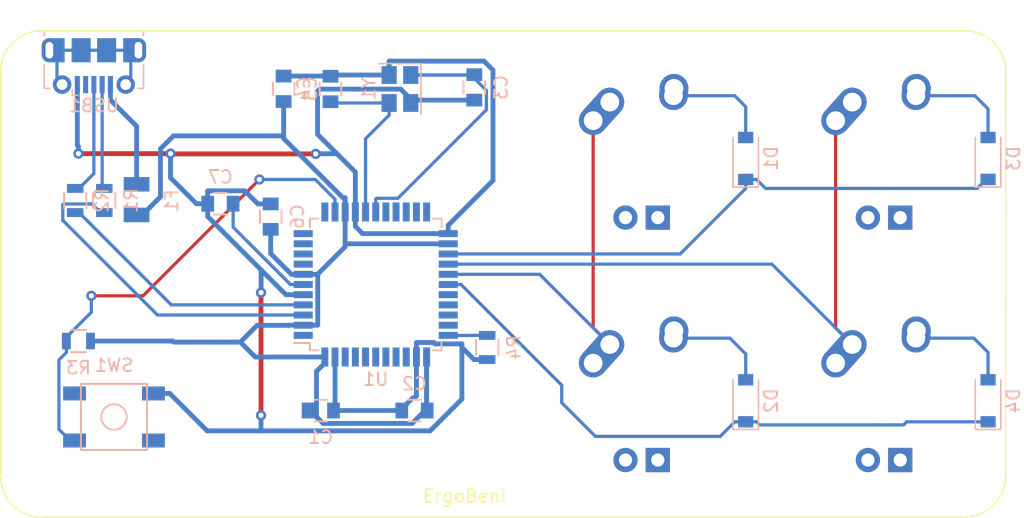
<source format=kicad_pcb>
(kicad_pcb (version 20171130) (host pcbnew "(6.0.0-rc1-dev-1574-g3a1e66dba-dirty)")

  (general
    (thickness 1.6)
    (drawings 9)
    (tracks 227)
    (zones 0)
    (modules 24)
    (nets 22)
  )

  (page A4)
  (layers
    (0 F.Cu signal)
    (31 B.Cu signal)
    (32 B.Adhes user)
    (33 F.Adhes user)
    (34 B.Paste user)
    (35 F.Paste user)
    (36 B.SilkS user)
    (37 F.SilkS user)
    (38 B.Mask user)
    (39 F.Mask user)
    (40 Dwgs.User user)
    (41 Cmts.User user)
    (42 Eco1.User user)
    (43 Eco2.User user)
    (44 Edge.Cuts user)
    (45 Margin user)
    (46 B.CrtYd user)
    (47 F.CrtYd user)
    (48 B.Fab user)
    (49 F.Fab user)
  )

  (setup
    (last_trace_width 0.254)
    (trace_clearance 0.2)
    (zone_clearance 0.508)
    (zone_45_only no)
    (trace_min 0.2)
    (via_size 0.8)
    (via_drill 0.4)
    (via_min_size 0.4)
    (via_min_drill 0.3)
    (uvia_size 0.3)
    (uvia_drill 0.1)
    (uvias_allowed no)
    (uvia_min_size 0.2)
    (uvia_min_drill 0.1)
    (edge_width 0.05)
    (segment_width 0.2)
    (pcb_text_width 0.3)
    (pcb_text_size 1.5 1.5)
    (mod_edge_width 0.12)
    (mod_text_size 1 1)
    (mod_text_width 0.15)
    (pad_size 1.524 1.524)
    (pad_drill 0.762)
    (pad_to_mask_clearance 0.051)
    (solder_mask_min_width 0.25)
    (aux_axis_origin 0 0)
    (visible_elements FFFFEFFF)
    (pcbplotparams
      (layerselection 0x010fc_ffffffff)
      (usegerberextensions false)
      (usegerberattributes false)
      (usegerberadvancedattributes false)
      (creategerberjobfile false)
      (excludeedgelayer true)
      (linewidth 0.100000)
      (plotframeref false)
      (viasonmask false)
      (mode 1)
      (useauxorigin false)
      (hpglpennumber 1)
      (hpglpenspeed 20)
      (hpglpendiameter 15.000000)
      (psnegative false)
      (psa4output false)
      (plotreference true)
      (plotvalue true)
      (plotinvisibletext false)
      (padsonsilk false)
      (subtractmaskfromsilk false)
      (outputformat 1)
      (mirror false)
      (drillshape 1)
      (scaleselection 1)
      (outputdirectory ""))
  )

  (net 0 "")
  (net 1 GND)
  (net 2 +5V)
  (net 3 "Net-(C4-Pad2)")
  (net 4 "Net-(C7-Pad1)")
  (net 5 ROW0)
  (net 6 "Net-(D1-Pad2)")
  (net 7 ROW1)
  (net 8 "Net-(D2-Pad2)")
  (net 9 "Net-(D3-Pad2)")
  (net 10 "Net-(D4-Pad2)")
  (net 11 VCC)
  (net 12 COL0)
  (net 13 COL1)
  (net 14 "Net-(R1-Pad1)")
  (net 15 D-)
  (net 16 D+)
  (net 17 "Net-(R2-Pad1)")
  (net 18 "Net-(R3-Pad1)")
  (net 19 "Net-(R4-Pad2)")
  (net 20 "Net-(USB1-Pad6)")
  (net 21 "Net-(C3-Pad2)")

  (net_class Default "This is the default net class."
    (clearance 0.2)
    (trace_width 0.254)
    (via_dia 0.8)
    (via_drill 0.4)
    (uvia_dia 0.3)
    (uvia_drill 0.1)
    (add_net COL0)
    (add_net COL1)
    (add_net D+)
    (add_net D-)
    (add_net "Net-(C3-Pad2)")
    (add_net "Net-(C4-Pad2)")
    (add_net "Net-(C7-Pad1)")
    (add_net "Net-(D1-Pad2)")
    (add_net "Net-(D2-Pad2)")
    (add_net "Net-(D3-Pad2)")
    (add_net "Net-(D4-Pad2)")
    (add_net "Net-(R1-Pad1)")
    (add_net "Net-(R2-Pad1)")
    (add_net "Net-(R3-Pad1)")
    (add_net "Net-(R4-Pad2)")
    (add_net "Net-(USB1-Pad6)")
    (add_net ROW0)
    (add_net ROW1)
  )

  (net_class Power ""
    (clearance 0.2)
    (trace_width 0.381)
    (via_dia 0.8)
    (via_drill 0.4)
    (uvia_dia 0.3)
    (uvia_drill 0.1)
    (add_net +5V)
    (add_net GND)
    (add_net VCC)
  )

  (module Capacitors_SMD:C_0805 (layer B.Cu) (tedit 5415D6EA) (tstamp 5C4DB207)
    (at 114.046 105.791)
    (descr "Capacitor SMD 0805, reflow soldering, AVX (see smccp.pdf)")
    (tags "capacitor 0805")
    (path /5C4D2C14)
    (attr smd)
    (fp_text reference C1 (at 0 2.1) (layer B.SilkS)
      (effects (font (size 1 1) (thickness 0.15)) (justify mirror))
    )
    (fp_text value 0.1uF (at 0 -2.1) (layer B.Fab)
      (effects (font (size 1 1) (thickness 0.15)) (justify mirror))
    )
    (fp_line (start -0.5 -0.85) (end 0.5 -0.85) (layer B.SilkS) (width 0.15))
    (fp_line (start 0.5 0.85) (end -0.5 0.85) (layer B.SilkS) (width 0.15))
    (fp_line (start 1.8 1) (end 1.8 -1) (layer B.CrtYd) (width 0.05))
    (fp_line (start -1.8 1) (end -1.8 -1) (layer B.CrtYd) (width 0.05))
    (fp_line (start -1.8 -1) (end 1.8 -1) (layer B.CrtYd) (width 0.05))
    (fp_line (start -1.8 1) (end 1.8 1) (layer B.CrtYd) (width 0.05))
    (pad 2 smd rect (at 1 0) (size 1 1.25) (layers B.Cu B.Paste B.Mask)
      (net 1 GND))
    (pad 1 smd rect (at -1 0) (size 1 1.25) (layers B.Cu B.Paste B.Mask)
      (net 2 +5V))
    (model Capacitors_SMD.3dshapes/C_0805.wrl
      (at (xyz 0 0 0))
      (scale (xyz 1 1 1))
      (rotate (xyz 0 0 0))
    )
  )

  (module Capacitors_SMD:C_0805 (layer B.Cu) (tedit 5415D6EA) (tstamp 5C4DB213)
    (at 121.412 105.791 180)
    (descr "Capacitor SMD 0805, reflow soldering, AVX (see smccp.pdf)")
    (tags "capacitor 0805")
    (path /5C4D3116)
    (attr smd)
    (fp_text reference C2 (at 0 2.1 180) (layer B.SilkS)
      (effects (font (size 1 1) (thickness 0.15)) (justify mirror))
    )
    (fp_text value 0.1uF (at 0 -2.1 180) (layer B.Fab)
      (effects (font (size 1 1) (thickness 0.15)) (justify mirror))
    )
    (fp_line (start -1.8 1) (end 1.8 1) (layer B.CrtYd) (width 0.05))
    (fp_line (start -1.8 -1) (end 1.8 -1) (layer B.CrtYd) (width 0.05))
    (fp_line (start -1.8 1) (end -1.8 -1) (layer B.CrtYd) (width 0.05))
    (fp_line (start 1.8 1) (end 1.8 -1) (layer B.CrtYd) (width 0.05))
    (fp_line (start 0.5 0.85) (end -0.5 0.85) (layer B.SilkS) (width 0.15))
    (fp_line (start -0.5 -0.85) (end 0.5 -0.85) (layer B.SilkS) (width 0.15))
    (pad 1 smd rect (at -1 0 180) (size 1 1.25) (layers B.Cu B.Paste B.Mask)
      (net 2 +5V))
    (pad 2 smd rect (at 1 0 180) (size 1 1.25) (layers B.Cu B.Paste B.Mask)
      (net 1 GND))
    (model Capacitors_SMD.3dshapes/C_0805.wrl
      (at (xyz 0 0 0))
      (scale (xyz 1 1 1))
      (rotate (xyz 0 0 0))
    )
  )

  (module Capacitors_SMD:C_0805 (layer B.Cu) (tedit 5415D6EA) (tstamp 5C4DB22B)
    (at 114.808 80.518 270)
    (descr "Capacitor SMD 0805, reflow soldering, AVX (see smccp.pdf)")
    (tags "capacitor 0805")
    (path /5C4E06EF)
    (attr smd)
    (fp_text reference C4 (at 0 2.1 270) (layer B.SilkS)
      (effects (font (size 1 1) (thickness 0.15)) (justify mirror))
    )
    (fp_text value 22pf (at 0 -2.1 270) (layer B.Fab)
      (effects (font (size 1 1) (thickness 0.15)) (justify mirror))
    )
    (fp_line (start -1.8 1) (end 1.8 1) (layer B.CrtYd) (width 0.05))
    (fp_line (start -1.8 -1) (end 1.8 -1) (layer B.CrtYd) (width 0.05))
    (fp_line (start -1.8 1) (end -1.8 -1) (layer B.CrtYd) (width 0.05))
    (fp_line (start 1.8 1) (end 1.8 -1) (layer B.CrtYd) (width 0.05))
    (fp_line (start 0.5 0.85) (end -0.5 0.85) (layer B.SilkS) (width 0.15))
    (fp_line (start -0.5 -0.85) (end 0.5 -0.85) (layer B.SilkS) (width 0.15))
    (pad 1 smd rect (at -1 0 270) (size 1 1.25) (layers B.Cu B.Paste B.Mask)
      (net 1 GND))
    (pad 2 smd rect (at 1 0 270) (size 1 1.25) (layers B.Cu B.Paste B.Mask)
      (net 3 "Net-(C4-Pad2)"))
    (model Capacitors_SMD.3dshapes/C_0805.wrl
      (at (xyz 0 0 0))
      (scale (xyz 1 1 1))
      (rotate (xyz 0 0 0))
    )
  )

  (module Capacitors_SMD:C_0805 (layer B.Cu) (tedit 5415D6EA) (tstamp 5C4DB237)
    (at 111.125 80.502 90)
    (descr "Capacitor SMD 0805, reflow soldering, AVX (see smccp.pdf)")
    (tags "capacitor 0805")
    (path /5C4D36F3)
    (attr smd)
    (fp_text reference C5 (at 0 2.1 90) (layer B.SilkS)
      (effects (font (size 1 1) (thickness 0.15)) (justify mirror))
    )
    (fp_text value 0.1uF (at 0 -2.1 90) (layer B.Fab)
      (effects (font (size 1 1) (thickness 0.15)) (justify mirror))
    )
    (fp_line (start -0.5 -0.85) (end 0.5 -0.85) (layer B.SilkS) (width 0.15))
    (fp_line (start 0.5 0.85) (end -0.5 0.85) (layer B.SilkS) (width 0.15))
    (fp_line (start 1.8 1) (end 1.8 -1) (layer B.CrtYd) (width 0.05))
    (fp_line (start -1.8 1) (end -1.8 -1) (layer B.CrtYd) (width 0.05))
    (fp_line (start -1.8 -1) (end 1.8 -1) (layer B.CrtYd) (width 0.05))
    (fp_line (start -1.8 1) (end 1.8 1) (layer B.CrtYd) (width 0.05))
    (pad 2 smd rect (at 1 0 90) (size 1 1.25) (layers B.Cu B.Paste B.Mask)
      (net 1 GND))
    (pad 1 smd rect (at -1 0 90) (size 1 1.25) (layers B.Cu B.Paste B.Mask)
      (net 2 +5V))
    (model Capacitors_SMD.3dshapes/C_0805.wrl
      (at (xyz 0 0 0))
      (scale (xyz 1 1 1))
      (rotate (xyz 0 0 0))
    )
  )

  (module Capacitors_SMD:C_0805 (layer B.Cu) (tedit 5415D6EA) (tstamp 5C4DB243)
    (at 110.109 90.551 90)
    (descr "Capacitor SMD 0805, reflow soldering, AVX (see smccp.pdf)")
    (tags "capacitor 0805")
    (path /5C4D40A8)
    (attr smd)
    (fp_text reference C6 (at 0 2.1 90) (layer B.SilkS)
      (effects (font (size 1 1) (thickness 0.15)) (justify mirror))
    )
    (fp_text value 0.1uF (at 0 -2.1 90) (layer B.Fab)
      (effects (font (size 1 1) (thickness 0.15)) (justify mirror))
    )
    (fp_line (start -1.8 1) (end 1.8 1) (layer B.CrtYd) (width 0.05))
    (fp_line (start -1.8 -1) (end 1.8 -1) (layer B.CrtYd) (width 0.05))
    (fp_line (start -1.8 1) (end -1.8 -1) (layer B.CrtYd) (width 0.05))
    (fp_line (start 1.8 1) (end 1.8 -1) (layer B.CrtYd) (width 0.05))
    (fp_line (start 0.5 0.85) (end -0.5 0.85) (layer B.SilkS) (width 0.15))
    (fp_line (start -0.5 -0.85) (end 0.5 -0.85) (layer B.SilkS) (width 0.15))
    (pad 1 smd rect (at -1 0 90) (size 1 1.25) (layers B.Cu B.Paste B.Mask)
      (net 2 +5V))
    (pad 2 smd rect (at 1 0 90) (size 1 1.25) (layers B.Cu B.Paste B.Mask)
      (net 1 GND))
    (model Capacitors_SMD.3dshapes/C_0805.wrl
      (at (xyz 0 0 0))
      (scale (xyz 1 1 1))
      (rotate (xyz 0 0 0))
    )
  )

  (module Capacitors_SMD:C_0805 (layer B.Cu) (tedit 5415D6EA) (tstamp 5C4DB24F)
    (at 106.156 89.535 180)
    (descr "Capacitor SMD 0805, reflow soldering, AVX (see smccp.pdf)")
    (tags "capacitor 0805")
    (path /5C4D0063)
    (attr smd)
    (fp_text reference C7 (at 0 2.1 180) (layer B.SilkS)
      (effects (font (size 1 1) (thickness 0.15)) (justify mirror))
    )
    (fp_text value 1uF (at 0 -2.1 180) (layer B.Fab)
      (effects (font (size 1 1) (thickness 0.15)) (justify mirror))
    )
    (fp_line (start -1.8 1) (end 1.8 1) (layer B.CrtYd) (width 0.05))
    (fp_line (start -1.8 -1) (end 1.8 -1) (layer B.CrtYd) (width 0.05))
    (fp_line (start -1.8 1) (end -1.8 -1) (layer B.CrtYd) (width 0.05))
    (fp_line (start 1.8 1) (end 1.8 -1) (layer B.CrtYd) (width 0.05))
    (fp_line (start 0.5 0.85) (end -0.5 0.85) (layer B.SilkS) (width 0.15))
    (fp_line (start -0.5 -0.85) (end 0.5 -0.85) (layer B.SilkS) (width 0.15))
    (pad 1 smd rect (at -1 0 180) (size 1 1.25) (layers B.Cu B.Paste B.Mask)
      (net 4 "Net-(C7-Pad1)"))
    (pad 2 smd rect (at 1 0 180) (size 1 1.25) (layers B.Cu B.Paste B.Mask)
      (net 1 GND))
    (model Capacitors_SMD.3dshapes/C_0805.wrl
      (at (xyz 0 0 0))
      (scale (xyz 1 1 1))
      (rotate (xyz 0 0 0))
    )
  )

  (module Diode_SMD:D_SOD-123 (layer B.Cu) (tedit 58645DC7) (tstamp 5C4DB268)
    (at 147.447 85.978 90)
    (descr SOD-123)
    (tags SOD-123)
    (path /5C51CE1D)
    (attr smd)
    (fp_text reference D1 (at 0 2 90) (layer B.SilkS)
      (effects (font (size 1 1) (thickness 0.15)) (justify mirror))
    )
    (fp_text value D_Small (at 0 -2.1 90) (layer B.Fab)
      (effects (font (size 1 1) (thickness 0.15)) (justify mirror))
    )
    (fp_text user %R (at 0 2 90) (layer B.Fab)
      (effects (font (size 1 1) (thickness 0.15)) (justify mirror))
    )
    (fp_line (start -2.25 1) (end -2.25 -1) (layer B.SilkS) (width 0.12))
    (fp_line (start 0.25 0) (end 0.75 0) (layer B.Fab) (width 0.1))
    (fp_line (start 0.25 -0.4) (end -0.35 0) (layer B.Fab) (width 0.1))
    (fp_line (start 0.25 0.4) (end 0.25 -0.4) (layer B.Fab) (width 0.1))
    (fp_line (start -0.35 0) (end 0.25 0.4) (layer B.Fab) (width 0.1))
    (fp_line (start -0.35 0) (end -0.35 -0.55) (layer B.Fab) (width 0.1))
    (fp_line (start -0.35 0) (end -0.35 0.55) (layer B.Fab) (width 0.1))
    (fp_line (start -0.75 0) (end -0.35 0) (layer B.Fab) (width 0.1))
    (fp_line (start -1.4 -0.9) (end -1.4 0.9) (layer B.Fab) (width 0.1))
    (fp_line (start 1.4 -0.9) (end -1.4 -0.9) (layer B.Fab) (width 0.1))
    (fp_line (start 1.4 0.9) (end 1.4 -0.9) (layer B.Fab) (width 0.1))
    (fp_line (start -1.4 0.9) (end 1.4 0.9) (layer B.Fab) (width 0.1))
    (fp_line (start -2.35 1.15) (end 2.35 1.15) (layer B.CrtYd) (width 0.05))
    (fp_line (start 2.35 1.15) (end 2.35 -1.15) (layer B.CrtYd) (width 0.05))
    (fp_line (start 2.35 -1.15) (end -2.35 -1.15) (layer B.CrtYd) (width 0.05))
    (fp_line (start -2.35 1.15) (end -2.35 -1.15) (layer B.CrtYd) (width 0.05))
    (fp_line (start -2.25 -1) (end 1.65 -1) (layer B.SilkS) (width 0.12))
    (fp_line (start -2.25 1) (end 1.65 1) (layer B.SilkS) (width 0.12))
    (pad 1 smd rect (at -1.65 0 90) (size 0.9 1.2) (layers B.Cu B.Paste B.Mask)
      (net 5 ROW0))
    (pad 2 smd rect (at 1.65 0 90) (size 0.9 1.2) (layers B.Cu B.Paste B.Mask)
      (net 6 "Net-(D1-Pad2)"))
    (model ${KISYS3DMOD}/Diode_SMD.3dshapes/D_SOD-123.wrl
      (at (xyz 0 0 0))
      (scale (xyz 1 1 1))
      (rotate (xyz 0 0 0))
    )
  )

  (module Diode_SMD:D_SOD-123 (layer B.Cu) (tedit 58645DC7) (tstamp 5C4DB281)
    (at 147.447 105.028 90)
    (descr SOD-123)
    (tags SOD-123)
    (path /5C55937D)
    (attr smd)
    (fp_text reference D2 (at 0 2 90) (layer B.SilkS)
      (effects (font (size 1 1) (thickness 0.15)) (justify mirror))
    )
    (fp_text value D_Small (at 0 -2.1 90) (layer B.Fab)
      (effects (font (size 1 1) (thickness 0.15)) (justify mirror))
    )
    (fp_text user %R (at 0 2 90) (layer B.Fab)
      (effects (font (size 1 1) (thickness 0.15)) (justify mirror))
    )
    (fp_line (start -2.25 1) (end -2.25 -1) (layer B.SilkS) (width 0.12))
    (fp_line (start 0.25 0) (end 0.75 0) (layer B.Fab) (width 0.1))
    (fp_line (start 0.25 -0.4) (end -0.35 0) (layer B.Fab) (width 0.1))
    (fp_line (start 0.25 0.4) (end 0.25 -0.4) (layer B.Fab) (width 0.1))
    (fp_line (start -0.35 0) (end 0.25 0.4) (layer B.Fab) (width 0.1))
    (fp_line (start -0.35 0) (end -0.35 -0.55) (layer B.Fab) (width 0.1))
    (fp_line (start -0.35 0) (end -0.35 0.55) (layer B.Fab) (width 0.1))
    (fp_line (start -0.75 0) (end -0.35 0) (layer B.Fab) (width 0.1))
    (fp_line (start -1.4 -0.9) (end -1.4 0.9) (layer B.Fab) (width 0.1))
    (fp_line (start 1.4 -0.9) (end -1.4 -0.9) (layer B.Fab) (width 0.1))
    (fp_line (start 1.4 0.9) (end 1.4 -0.9) (layer B.Fab) (width 0.1))
    (fp_line (start -1.4 0.9) (end 1.4 0.9) (layer B.Fab) (width 0.1))
    (fp_line (start -2.35 1.15) (end 2.35 1.15) (layer B.CrtYd) (width 0.05))
    (fp_line (start 2.35 1.15) (end 2.35 -1.15) (layer B.CrtYd) (width 0.05))
    (fp_line (start 2.35 -1.15) (end -2.35 -1.15) (layer B.CrtYd) (width 0.05))
    (fp_line (start -2.35 1.15) (end -2.35 -1.15) (layer B.CrtYd) (width 0.05))
    (fp_line (start -2.25 -1) (end 1.65 -1) (layer B.SilkS) (width 0.12))
    (fp_line (start -2.25 1) (end 1.65 1) (layer B.SilkS) (width 0.12))
    (pad 1 smd rect (at -1.65 0 90) (size 0.9 1.2) (layers B.Cu B.Paste B.Mask)
      (net 7 ROW1))
    (pad 2 smd rect (at 1.65 0 90) (size 0.9 1.2) (layers B.Cu B.Paste B.Mask)
      (net 8 "Net-(D2-Pad2)"))
    (model ${KISYS3DMOD}/Diode_SMD.3dshapes/D_SOD-123.wrl
      (at (xyz 0 0 0))
      (scale (xyz 1 1 1))
      (rotate (xyz 0 0 0))
    )
  )

  (module Diode_SMD:D_SOD-123 (layer B.Cu) (tedit 58645DC7) (tstamp 5C4DB29A)
    (at 166.497 85.978 90)
    (descr SOD-123)
    (tags SOD-123)
    (path /5C554B33)
    (attr smd)
    (fp_text reference D3 (at 0 2 90) (layer B.SilkS)
      (effects (font (size 1 1) (thickness 0.15)) (justify mirror))
    )
    (fp_text value D_Small (at 0 -2.1 90) (layer B.Fab)
      (effects (font (size 1 1) (thickness 0.15)) (justify mirror))
    )
    (fp_line (start -2.25 1) (end 1.65 1) (layer B.SilkS) (width 0.12))
    (fp_line (start -2.25 -1) (end 1.65 -1) (layer B.SilkS) (width 0.12))
    (fp_line (start -2.35 1.15) (end -2.35 -1.15) (layer B.CrtYd) (width 0.05))
    (fp_line (start 2.35 -1.15) (end -2.35 -1.15) (layer B.CrtYd) (width 0.05))
    (fp_line (start 2.35 1.15) (end 2.35 -1.15) (layer B.CrtYd) (width 0.05))
    (fp_line (start -2.35 1.15) (end 2.35 1.15) (layer B.CrtYd) (width 0.05))
    (fp_line (start -1.4 0.9) (end 1.4 0.9) (layer B.Fab) (width 0.1))
    (fp_line (start 1.4 0.9) (end 1.4 -0.9) (layer B.Fab) (width 0.1))
    (fp_line (start 1.4 -0.9) (end -1.4 -0.9) (layer B.Fab) (width 0.1))
    (fp_line (start -1.4 -0.9) (end -1.4 0.9) (layer B.Fab) (width 0.1))
    (fp_line (start -0.75 0) (end -0.35 0) (layer B.Fab) (width 0.1))
    (fp_line (start -0.35 0) (end -0.35 0.55) (layer B.Fab) (width 0.1))
    (fp_line (start -0.35 0) (end -0.35 -0.55) (layer B.Fab) (width 0.1))
    (fp_line (start -0.35 0) (end 0.25 0.4) (layer B.Fab) (width 0.1))
    (fp_line (start 0.25 0.4) (end 0.25 -0.4) (layer B.Fab) (width 0.1))
    (fp_line (start 0.25 -0.4) (end -0.35 0) (layer B.Fab) (width 0.1))
    (fp_line (start 0.25 0) (end 0.75 0) (layer B.Fab) (width 0.1))
    (fp_line (start -2.25 1) (end -2.25 -1) (layer B.SilkS) (width 0.12))
    (fp_text user %R (at 0 2 90) (layer B.Fab)
      (effects (font (size 1 1) (thickness 0.15)) (justify mirror))
    )
    (pad 2 smd rect (at 1.65 0 90) (size 0.9 1.2) (layers B.Cu B.Paste B.Mask)
      (net 9 "Net-(D3-Pad2)"))
    (pad 1 smd rect (at -1.65 0 90) (size 0.9 1.2) (layers B.Cu B.Paste B.Mask)
      (net 5 ROW0))
    (model ${KISYS3DMOD}/Diode_SMD.3dshapes/D_SOD-123.wrl
      (at (xyz 0 0 0))
      (scale (xyz 1 1 1))
      (rotate (xyz 0 0 0))
    )
  )

  (module Diode_SMD:D_SOD-123 (layer B.Cu) (tedit 58645DC7) (tstamp 5C4DB2B3)
    (at 166.497 105.028 90)
    (descr SOD-123)
    (tags SOD-123)
    (path /5C5596A3)
    (attr smd)
    (fp_text reference D4 (at 0 2 90) (layer B.SilkS)
      (effects (font (size 1 1) (thickness 0.15)) (justify mirror))
    )
    (fp_text value D_Small (at 0 -2.1 90) (layer B.Fab)
      (effects (font (size 1 1) (thickness 0.15)) (justify mirror))
    )
    (fp_line (start -2.25 1) (end 1.65 1) (layer B.SilkS) (width 0.12))
    (fp_line (start -2.25 -1) (end 1.65 -1) (layer B.SilkS) (width 0.12))
    (fp_line (start -2.35 1.15) (end -2.35 -1.15) (layer B.CrtYd) (width 0.05))
    (fp_line (start 2.35 -1.15) (end -2.35 -1.15) (layer B.CrtYd) (width 0.05))
    (fp_line (start 2.35 1.15) (end 2.35 -1.15) (layer B.CrtYd) (width 0.05))
    (fp_line (start -2.35 1.15) (end 2.35 1.15) (layer B.CrtYd) (width 0.05))
    (fp_line (start -1.4 0.9) (end 1.4 0.9) (layer B.Fab) (width 0.1))
    (fp_line (start 1.4 0.9) (end 1.4 -0.9) (layer B.Fab) (width 0.1))
    (fp_line (start 1.4 -0.9) (end -1.4 -0.9) (layer B.Fab) (width 0.1))
    (fp_line (start -1.4 -0.9) (end -1.4 0.9) (layer B.Fab) (width 0.1))
    (fp_line (start -0.75 0) (end -0.35 0) (layer B.Fab) (width 0.1))
    (fp_line (start -0.35 0) (end -0.35 0.55) (layer B.Fab) (width 0.1))
    (fp_line (start -0.35 0) (end -0.35 -0.55) (layer B.Fab) (width 0.1))
    (fp_line (start -0.35 0) (end 0.25 0.4) (layer B.Fab) (width 0.1))
    (fp_line (start 0.25 0.4) (end 0.25 -0.4) (layer B.Fab) (width 0.1))
    (fp_line (start 0.25 -0.4) (end -0.35 0) (layer B.Fab) (width 0.1))
    (fp_line (start 0.25 0) (end 0.75 0) (layer B.Fab) (width 0.1))
    (fp_line (start -2.25 1) (end -2.25 -1) (layer B.SilkS) (width 0.12))
    (fp_text user %R (at 0 2 90) (layer B.Fab)
      (effects (font (size 1 1) (thickness 0.15)) (justify mirror))
    )
    (pad 2 smd rect (at 1.65 0 90) (size 0.9 1.2) (layers B.Cu B.Paste B.Mask)
      (net 10 "Net-(D4-Pad2)"))
    (pad 1 smd rect (at -1.65 0 90) (size 0.9 1.2) (layers B.Cu B.Paste B.Mask)
      (net 7 ROW1))
    (model ${KISYS3DMOD}/Diode_SMD.3dshapes/D_SOD-123.wrl
      (at (xyz 0 0 0))
      (scale (xyz 1 1 1))
      (rotate (xyz 0 0 0))
    )
  )

  (module Fuse_Holders_and_Fuses:Fuse_SMD1206_Reflow (layer B.Cu) (tedit 0) (tstamp 5C4DB2B9)
    (at 99.568 89.21496 90)
    (descr "Fuse, Sicherung, SMD1206, Littlefuse-Wickmann, Reflow,")
    (tags "Fuse, Sicherung, SMD1206,  Littlefuse-Wickmann, Reflow,")
    (path /5C5105B7)
    (attr smd)
    (fp_text reference F1 (at -0.09906 2.75082 90) (layer B.SilkS)
      (effects (font (size 1 1) (thickness 0.15)) (justify mirror))
    )
    (fp_text value 500ma (at -0.44958 -3.2004 90) (layer B.Fab)
      (effects (font (size 1 1) (thickness 0.15)) (justify mirror))
    )
    (pad 1 smd rect (at -1.20396 0) (size 2.02946 1.14046) (layers B.Cu B.Paste B.Mask)
      (net 2 +5V))
    (pad 2 smd rect (at 1.20396 0) (size 2.02946 1.14046) (layers B.Cu B.Paste B.Mask)
      (net 11 VCC))
  )

  (module MX_Alps_Hybrid:MX-1U (layer F.Cu) (tedit 5A9F3A9A) (tstamp 5C4DB2D2)
    (at 139.267001 85.546001)
    (path /5C61D9CF)
    (fp_text reference MX1 (at 0 3.175) (layer Dwgs.User)
      (effects (font (size 1 1) (thickness 0.15)))
    )
    (fp_text value MX-1U (at 0 -7.9375) (layer Dwgs.User)
      (effects (font (size 1 1) (thickness 0.15)))
    )
    (fp_line (start -9.525 9.525) (end -9.525 -9.525) (layer Dwgs.User) (width 0.15))
    (fp_line (start 9.525 9.525) (end -9.525 9.525) (layer Dwgs.User) (width 0.15))
    (fp_line (start 9.525 -9.525) (end 9.525 9.525) (layer Dwgs.User) (width 0.15))
    (fp_line (start -9.525 -9.525) (end 9.525 -9.525) (layer Dwgs.User) (width 0.15))
    (fp_line (start -7 -7) (end -7 -5) (layer Dwgs.User) (width 0.15))
    (fp_line (start -5 -7) (end -7 -7) (layer Dwgs.User) (width 0.15))
    (fp_line (start -7 7) (end -5 7) (layer Dwgs.User) (width 0.15))
    (fp_line (start -7 5) (end -7 7) (layer Dwgs.User) (width 0.15))
    (fp_line (start 7 7) (end 7 5) (layer Dwgs.User) (width 0.15))
    (fp_line (start 5 7) (end 7 7) (layer Dwgs.User) (width 0.15))
    (fp_line (start 7 -7) (end 7 -5) (layer Dwgs.User) (width 0.15))
    (fp_line (start 5 -7) (end 7 -7) (layer Dwgs.User) (width 0.15))
    (pad "" np_thru_hole circle (at 5.08 0 48.0996) (size 1.75 1.75) (drill 1.75) (layers *.Cu *.Mask))
    (pad "" np_thru_hole circle (at -5.08 0 48.0996) (size 1.75 1.75) (drill 1.75) (layers *.Cu *.Mask))
    (pad 4 thru_hole rect (at 1.27 5.08) (size 1.905 1.905) (drill 1.04) (layers *.Cu B.Mask))
    (pad 3 thru_hole circle (at -1.27 5.08) (size 1.905 1.905) (drill 1.04) (layers *.Cu B.Mask))
    (pad 1 thru_hole circle (at -2.5 -4) (size 2.25 2.25) (drill 1.47) (layers *.Cu B.Mask)
      (net 12 COL0))
    (pad "" np_thru_hole circle (at 0 0) (size 3.9878 3.9878) (drill 3.9878) (layers *.Cu *.Mask))
    (pad 1 thru_hole oval (at -3.81 -2.54 48.0996) (size 4.211556 2.25) (drill 1.47 (offset 0.980778 0)) (layers *.Cu B.Mask)
      (net 12 COL0))
    (pad 2 thru_hole circle (at 2.54 -5.08) (size 2.25 2.25) (drill 1.47) (layers *.Cu B.Mask)
      (net 6 "Net-(D1-Pad2)"))
    (pad 2 thru_hole oval (at 2.5 -4.5 86.0548) (size 2.831378 2.25) (drill 1.47 (offset 0.290689 0)) (layers *.Cu B.Mask)
      (net 6 "Net-(D1-Pad2)"))
  )

  (module MX_Alps_Hybrid:MX-1U (layer F.Cu) (tedit 5A9F3A9A) (tstamp 5C4DB2EB)
    (at 139.267001 104.603001)
    (path /5C558959)
    (fp_text reference MX2 (at 0 3.175) (layer Dwgs.User)
      (effects (font (size 1 1) (thickness 0.15)))
    )
    (fp_text value MX-1U (at 0 -7.9375) (layer Dwgs.User)
      (effects (font (size 1 1) (thickness 0.15)))
    )
    (fp_line (start 5 -7) (end 7 -7) (layer Dwgs.User) (width 0.15))
    (fp_line (start 7 -7) (end 7 -5) (layer Dwgs.User) (width 0.15))
    (fp_line (start 5 7) (end 7 7) (layer Dwgs.User) (width 0.15))
    (fp_line (start 7 7) (end 7 5) (layer Dwgs.User) (width 0.15))
    (fp_line (start -7 5) (end -7 7) (layer Dwgs.User) (width 0.15))
    (fp_line (start -7 7) (end -5 7) (layer Dwgs.User) (width 0.15))
    (fp_line (start -5 -7) (end -7 -7) (layer Dwgs.User) (width 0.15))
    (fp_line (start -7 -7) (end -7 -5) (layer Dwgs.User) (width 0.15))
    (fp_line (start -9.525 -9.525) (end 9.525 -9.525) (layer Dwgs.User) (width 0.15))
    (fp_line (start 9.525 -9.525) (end 9.525 9.525) (layer Dwgs.User) (width 0.15))
    (fp_line (start 9.525 9.525) (end -9.525 9.525) (layer Dwgs.User) (width 0.15))
    (fp_line (start -9.525 9.525) (end -9.525 -9.525) (layer Dwgs.User) (width 0.15))
    (pad 2 thru_hole oval (at 2.5 -4.5 86.0548) (size 2.831378 2.25) (drill 1.47 (offset 0.290689 0)) (layers *.Cu B.Mask)
      (net 8 "Net-(D2-Pad2)"))
    (pad 2 thru_hole circle (at 2.54 -5.08) (size 2.25 2.25) (drill 1.47) (layers *.Cu B.Mask)
      (net 8 "Net-(D2-Pad2)"))
    (pad 1 thru_hole oval (at -3.81 -2.54 48.0996) (size 4.211556 2.25) (drill 1.47 (offset 0.980778 0)) (layers *.Cu B.Mask)
      (net 12 COL0))
    (pad "" np_thru_hole circle (at 0 0) (size 3.9878 3.9878) (drill 3.9878) (layers *.Cu *.Mask))
    (pad 1 thru_hole circle (at -2.5 -4) (size 2.25 2.25) (drill 1.47) (layers *.Cu B.Mask)
      (net 12 COL0))
    (pad 3 thru_hole circle (at -1.27 5.08) (size 1.905 1.905) (drill 1.04) (layers *.Cu B.Mask))
    (pad 4 thru_hole rect (at 1.27 5.08) (size 1.905 1.905) (drill 1.04) (layers *.Cu B.Mask))
    (pad "" np_thru_hole circle (at -5.08 0 48.0996) (size 1.75 1.75) (drill 1.75) (layers *.Cu *.Mask))
    (pad "" np_thru_hole circle (at 5.08 0 48.0996) (size 1.75 1.75) (drill 1.75) (layers *.Cu *.Mask))
  )

  (module MX_Alps_Hybrid:MX-1U (layer F.Cu) (tedit 5A9F3A9A) (tstamp 5C4DD35A)
    (at 158.324001 85.546001)
    (path /5C5542F6)
    (fp_text reference MX3 (at 0 3.175) (layer Dwgs.User)
      (effects (font (size 1 1) (thickness 0.15)))
    )
    (fp_text value MX-1U (at 0 -7.9375) (layer Dwgs.User)
      (effects (font (size 1 1) (thickness 0.15)))
    )
    (fp_line (start 5 -7) (end 7 -7) (layer Dwgs.User) (width 0.15))
    (fp_line (start 7 -7) (end 7 -5) (layer Dwgs.User) (width 0.15))
    (fp_line (start 5 7) (end 7 7) (layer Dwgs.User) (width 0.15))
    (fp_line (start 7 7) (end 7 5) (layer Dwgs.User) (width 0.15))
    (fp_line (start -7 5) (end -7 7) (layer Dwgs.User) (width 0.15))
    (fp_line (start -7 7) (end -5 7) (layer Dwgs.User) (width 0.15))
    (fp_line (start -5 -7) (end -7 -7) (layer Dwgs.User) (width 0.15))
    (fp_line (start -7 -7) (end -7 -5) (layer Dwgs.User) (width 0.15))
    (fp_line (start -9.525 -9.525) (end 9.525 -9.525) (layer Dwgs.User) (width 0.15))
    (fp_line (start 9.525 -9.525) (end 9.525 9.525) (layer Dwgs.User) (width 0.15))
    (fp_line (start 9.525 9.525) (end -9.525 9.525) (layer Dwgs.User) (width 0.15))
    (fp_line (start -9.525 9.525) (end -9.525 -9.525) (layer Dwgs.User) (width 0.15))
    (pad 2 thru_hole oval (at 2.5 -4.5 86.0548) (size 2.831378 2.25) (drill 1.47 (offset 0.290689 0)) (layers *.Cu B.Mask)
      (net 9 "Net-(D3-Pad2)"))
    (pad 2 thru_hole circle (at 2.54 -5.08) (size 2.25 2.25) (drill 1.47) (layers *.Cu B.Mask)
      (net 9 "Net-(D3-Pad2)"))
    (pad 1 thru_hole oval (at -3.81 -2.54 48.0996) (size 4.211556 2.25) (drill 1.47 (offset 0.980778 0)) (layers *.Cu B.Mask)
      (net 13 COL1))
    (pad "" np_thru_hole circle (at 0 0) (size 3.9878 3.9878) (drill 3.9878) (layers *.Cu *.Mask))
    (pad 1 thru_hole circle (at -2.5 -4) (size 2.25 2.25) (drill 1.47) (layers *.Cu B.Mask)
      (net 13 COL1))
    (pad 3 thru_hole circle (at -1.27 5.08) (size 1.905 1.905) (drill 1.04) (layers *.Cu B.Mask))
    (pad 4 thru_hole rect (at 1.27 5.08) (size 1.905 1.905) (drill 1.04) (layers *.Cu B.Mask))
    (pad "" np_thru_hole circle (at -5.08 0 48.0996) (size 1.75 1.75) (drill 1.75) (layers *.Cu *.Mask))
    (pad "" np_thru_hole circle (at 5.08 0 48.0996) (size 1.75 1.75) (drill 1.75) (layers *.Cu *.Mask))
  )

  (module MX_Alps_Hybrid:MX-1U (layer F.Cu) (tedit 5A9F3A9A) (tstamp 5C4DB31D)
    (at 158.324001 104.603001)
    (path /5C558214)
    (fp_text reference MX4 (at 0 3.175) (layer Dwgs.User)
      (effects (font (size 1 1) (thickness 0.15)))
    )
    (fp_text value MX-1U (at 0 -7.9375) (layer Dwgs.User)
      (effects (font (size 1 1) (thickness 0.15)))
    )
    (fp_line (start -9.525 9.525) (end -9.525 -9.525) (layer Dwgs.User) (width 0.15))
    (fp_line (start 9.525 9.525) (end -9.525 9.525) (layer Dwgs.User) (width 0.15))
    (fp_line (start 9.525 -9.525) (end 9.525 9.525) (layer Dwgs.User) (width 0.15))
    (fp_line (start -9.525 -9.525) (end 9.525 -9.525) (layer Dwgs.User) (width 0.15))
    (fp_line (start -7 -7) (end -7 -5) (layer Dwgs.User) (width 0.15))
    (fp_line (start -5 -7) (end -7 -7) (layer Dwgs.User) (width 0.15))
    (fp_line (start -7 7) (end -5 7) (layer Dwgs.User) (width 0.15))
    (fp_line (start -7 5) (end -7 7) (layer Dwgs.User) (width 0.15))
    (fp_line (start 7 7) (end 7 5) (layer Dwgs.User) (width 0.15))
    (fp_line (start 5 7) (end 7 7) (layer Dwgs.User) (width 0.15))
    (fp_line (start 7 -7) (end 7 -5) (layer Dwgs.User) (width 0.15))
    (fp_line (start 5 -7) (end 7 -7) (layer Dwgs.User) (width 0.15))
    (pad "" np_thru_hole circle (at 5.08 0 48.0996) (size 1.75 1.75) (drill 1.75) (layers *.Cu *.Mask))
    (pad "" np_thru_hole circle (at -5.08 0 48.0996) (size 1.75 1.75) (drill 1.75) (layers *.Cu *.Mask))
    (pad 4 thru_hole rect (at 1.27 5.08) (size 1.905 1.905) (drill 1.04) (layers *.Cu B.Mask))
    (pad 3 thru_hole circle (at -1.27 5.08) (size 1.905 1.905) (drill 1.04) (layers *.Cu B.Mask))
    (pad 1 thru_hole circle (at -2.5 -4) (size 2.25 2.25) (drill 1.47) (layers *.Cu B.Mask)
      (net 13 COL1))
    (pad "" np_thru_hole circle (at 0 0) (size 3.9878 3.9878) (drill 3.9878) (layers *.Cu *.Mask))
    (pad 1 thru_hole oval (at -3.81 -2.54 48.0996) (size 4.211556 2.25) (drill 1.47 (offset 0.980778 0)) (layers *.Cu B.Mask)
      (net 13 COL1))
    (pad 2 thru_hole circle (at 2.54 -5.08) (size 2.25 2.25) (drill 1.47) (layers *.Cu B.Mask)
      (net 10 "Net-(D4-Pad2)"))
    (pad 2 thru_hole oval (at 2.5 -4.5 86.0548) (size 2.831378 2.25) (drill 1.47 (offset 0.290689 0)) (layers *.Cu B.Mask)
      (net 10 "Net-(D4-Pad2)"))
  )

  (module Resistors_SMD:R_0805 (layer B.Cu) (tedit 5415CDEB) (tstamp 5C4DB329)
    (at 97.028 89.281 90)
    (descr "Resistor SMD 0805, reflow soldering, Vishay (see dcrcw.pdf)")
    (tags "resistor 0805")
    (path /5C4CEBE2)
    (attr smd)
    (fp_text reference R1 (at 0 2.1 90) (layer B.SilkS)
      (effects (font (size 1 1) (thickness 0.15)) (justify mirror))
    )
    (fp_text value 22 (at 0 -2.1 90) (layer B.Fab)
      (effects (font (size 1 1) (thickness 0.15)) (justify mirror))
    )
    (fp_line (start -1.6 1) (end 1.6 1) (layer B.CrtYd) (width 0.05))
    (fp_line (start -1.6 -1) (end 1.6 -1) (layer B.CrtYd) (width 0.05))
    (fp_line (start -1.6 1) (end -1.6 -1) (layer B.CrtYd) (width 0.05))
    (fp_line (start 1.6 1) (end 1.6 -1) (layer B.CrtYd) (width 0.05))
    (fp_line (start 0.6 -0.875) (end -0.6 -0.875) (layer B.SilkS) (width 0.15))
    (fp_line (start -0.6 0.875) (end 0.6 0.875) (layer B.SilkS) (width 0.15))
    (pad 1 smd rect (at -0.95 0 90) (size 0.7 1.3) (layers B.Cu B.Paste B.Mask)
      (net 14 "Net-(R1-Pad1)"))
    (pad 2 smd rect (at 0.95 0 90) (size 0.7 1.3) (layers B.Cu B.Paste B.Mask)
      (net 15 D-))
    (model Resistors_SMD.3dshapes/R_0805.wrl
      (at (xyz 0 0 0))
      (scale (xyz 1 1 1))
      (rotate (xyz 0 0 0))
    )
  )

  (module Resistors_SMD:R_0805 (layer B.Cu) (tedit 5415CDEB) (tstamp 5C4DFA86)
    (at 94.742 89.281 90)
    (descr "Resistor SMD 0805, reflow soldering, Vishay (see dcrcw.pdf)")
    (tags "resistor 0805")
    (path /5C4CE469)
    (attr smd)
    (fp_text reference R2 (at 0 2.1 90) (layer B.SilkS)
      (effects (font (size 1 1) (thickness 0.15)) (justify mirror))
    )
    (fp_text value 22 (at 0 -2.1 90) (layer B.Fab)
      (effects (font (size 1 1) (thickness 0.15)) (justify mirror))
    )
    (fp_line (start -0.6 0.875) (end 0.6 0.875) (layer B.SilkS) (width 0.15))
    (fp_line (start 0.6 -0.875) (end -0.6 -0.875) (layer B.SilkS) (width 0.15))
    (fp_line (start 1.6 1) (end 1.6 -1) (layer B.CrtYd) (width 0.05))
    (fp_line (start -1.6 1) (end -1.6 -1) (layer B.CrtYd) (width 0.05))
    (fp_line (start -1.6 -1) (end 1.6 -1) (layer B.CrtYd) (width 0.05))
    (fp_line (start -1.6 1) (end 1.6 1) (layer B.CrtYd) (width 0.05))
    (pad 2 smd rect (at 0.95 0 90) (size 0.7 1.3) (layers B.Cu B.Paste B.Mask)
      (net 16 D+))
    (pad 1 smd rect (at -0.95 0 90) (size 0.7 1.3) (layers B.Cu B.Paste B.Mask)
      (net 17 "Net-(R2-Pad1)"))
    (model Resistors_SMD.3dshapes/R_0805.wrl
      (at (xyz 0 0 0))
      (scale (xyz 1 1 1))
      (rotate (xyz 0 0 0))
    )
  )

  (module Resistors_SMD:R_0805 (layer B.Cu) (tedit 5415CDEB) (tstamp 5C4DB341)
    (at 94.996 100.33)
    (descr "Resistor SMD 0805, reflow soldering, Vishay (see dcrcw.pdf)")
    (tags "resistor 0805")
    (path /5C4F402F)
    (attr smd)
    (fp_text reference R3 (at 0 2.1) (layer B.SilkS)
      (effects (font (size 1 1) (thickness 0.15)) (justify mirror))
    )
    (fp_text value 10k (at 0 -2.1) (layer B.Fab)
      (effects (font (size 1 1) (thickness 0.15)) (justify mirror))
    )
    (fp_line (start -0.6 0.875) (end 0.6 0.875) (layer B.SilkS) (width 0.15))
    (fp_line (start 0.6 -0.875) (end -0.6 -0.875) (layer B.SilkS) (width 0.15))
    (fp_line (start 1.6 1) (end 1.6 -1) (layer B.CrtYd) (width 0.05))
    (fp_line (start -1.6 1) (end -1.6 -1) (layer B.CrtYd) (width 0.05))
    (fp_line (start -1.6 -1) (end 1.6 -1) (layer B.CrtYd) (width 0.05))
    (fp_line (start -1.6 1) (end 1.6 1) (layer B.CrtYd) (width 0.05))
    (pad 2 smd rect (at 0.95 0) (size 0.7 1.3) (layers B.Cu B.Paste B.Mask)
      (net 2 +5V))
    (pad 1 smd rect (at -0.95 0) (size 0.7 1.3) (layers B.Cu B.Paste B.Mask)
      (net 18 "Net-(R3-Pad1)"))
    (model Resistors_SMD.3dshapes/R_0805.wrl
      (at (xyz 0 0 0))
      (scale (xyz 1 1 1))
      (rotate (xyz 0 0 0))
    )
  )

  (module Resistors_SMD:R_0805 (layer B.Cu) (tedit 5415CDEB) (tstamp 5C4DB34D)
    (at 127.127 100.838 90)
    (descr "Resistor SMD 0805, reflow soldering, Vishay (see dcrcw.pdf)")
    (tags "resistor 0805")
    (path /5C4CB620)
    (attr smd)
    (fp_text reference R4 (at 0 2.1 90) (layer B.SilkS)
      (effects (font (size 1 1) (thickness 0.15)) (justify mirror))
    )
    (fp_text value 10k (at 0 -2.1 90) (layer B.Fab)
      (effects (font (size 1 1) (thickness 0.15)) (justify mirror))
    )
    (fp_line (start -1.6 1) (end 1.6 1) (layer B.CrtYd) (width 0.05))
    (fp_line (start -1.6 -1) (end 1.6 -1) (layer B.CrtYd) (width 0.05))
    (fp_line (start -1.6 1) (end -1.6 -1) (layer B.CrtYd) (width 0.05))
    (fp_line (start 1.6 1) (end 1.6 -1) (layer B.CrtYd) (width 0.05))
    (fp_line (start 0.6 -0.875) (end -0.6 -0.875) (layer B.SilkS) (width 0.15))
    (fp_line (start -0.6 0.875) (end 0.6 0.875) (layer B.SilkS) (width 0.15))
    (pad 1 smd rect (at -0.95 0 90) (size 0.7 1.3) (layers B.Cu B.Paste B.Mask)
      (net 1 GND))
    (pad 2 smd rect (at 0.95 0 90) (size 0.7 1.3) (layers B.Cu B.Paste B.Mask)
      (net 19 "Net-(R4-Pad2)"))
    (model Resistors_SMD.3dshapes/R_0805.wrl
      (at (xyz 0 0 0))
      (scale (xyz 1 1 1))
      (rotate (xyz 0 0 0))
    )
  )

  (module random-keyboard-parts:SKQG-1155865 (layer B.Cu) (tedit 5C42C5DE) (tstamp 5C4DB36B)
    (at 97.79 106.299)
    (path /5C4F1042)
    (attr smd)
    (fp_text reference SW1 (at 0 -4.064) (layer B.SilkS)
      (effects (font (size 1 1) (thickness 0.15)) (justify mirror))
    )
    (fp_text value SW_Push (at 0 4.064) (layer B.Fab)
      (effects (font (size 1 1) (thickness 0.15)) (justify mirror))
    )
    (fp_line (start -2.6 -1.1) (end -1.1 -2.6) (layer B.Fab) (width 0.15))
    (fp_line (start 2.6 -1.1) (end 1.1 -2.6) (layer B.Fab) (width 0.15))
    (fp_line (start 2.6 1.1) (end 1.1 2.6) (layer B.Fab) (width 0.15))
    (fp_line (start -2.6 1.1) (end -1.1 2.6) (layer B.Fab) (width 0.15))
    (fp_circle (center 0 0) (end 1 0) (layer B.Fab) (width 0.15))
    (fp_line (start -4.2 1.1) (end -4.2 2.6) (layer B.Fab) (width 0.15))
    (fp_line (start -2.6 1.1) (end -4.2 1.1) (layer B.Fab) (width 0.15))
    (fp_line (start -2.6 -1.1) (end -2.6 1.1) (layer B.Fab) (width 0.15))
    (fp_line (start -4.2 -1.1) (end -2.6 -1.1) (layer B.Fab) (width 0.15))
    (fp_line (start -4.2 -2.6) (end -4.2 -1.1) (layer B.Fab) (width 0.15))
    (fp_line (start 4.2 -2.6) (end -4.2 -2.6) (layer B.Fab) (width 0.15))
    (fp_line (start 4.2 -1.1) (end 4.2 -2.6) (layer B.Fab) (width 0.15))
    (fp_line (start 2.6 -1.1) (end 4.2 -1.1) (layer B.Fab) (width 0.15))
    (fp_line (start 2.6 1.1) (end 2.6 -1.1) (layer B.Fab) (width 0.15))
    (fp_line (start 4.2 1.1) (end 2.6 1.1) (layer B.Fab) (width 0.15))
    (fp_line (start 4.2 2.6) (end 4.2 1.2) (layer B.Fab) (width 0.15))
    (fp_line (start -4.2 2.6) (end 4.2 2.6) (layer B.Fab) (width 0.15))
    (fp_circle (center 0 0) (end 1 0) (layer B.SilkS) (width 0.15))
    (fp_line (start -2.6 -2.6) (end -2.6 2.6) (layer B.SilkS) (width 0.15))
    (fp_line (start 2.6 -2.6) (end -2.6 -2.6) (layer B.SilkS) (width 0.15))
    (fp_line (start 2.6 2.6) (end 2.6 -2.6) (layer B.SilkS) (width 0.15))
    (fp_line (start -2.6 2.6) (end 2.6 2.6) (layer B.SilkS) (width 0.15))
    (pad 1 smd rect (at 3.1 -1.85) (size 1.8 1.1) (layers B.Cu B.Paste B.Mask)
      (net 1 GND))
    (pad 2 smd rect (at -3.1 1.85) (size 1.8 1.1) (layers B.Cu B.Paste B.Mask)
      (net 18 "Net-(R3-Pad1)"))
    (pad 3 smd rect (at 3.1 1.85) (size 1.8 1.1) (layers B.Cu B.Paste B.Mask))
    (pad 4 smd rect (at -3.1 -1.85) (size 1.8 1.1) (layers B.Cu B.Paste B.Mask))
  )

  (module Housings_QFP:TQFP-44_10x10mm_Pitch0.8mm (layer B.Cu) (tedit 58CC9A48) (tstamp 5C4DB3AE)
    (at 118.364 95.885)
    (descr "44-Lead Plastic Thin Quad Flatpack (PT) - 10x10x1.0 mm Body [TQFP] (see Microchip Packaging Specification 00000049BS.pdf)")
    (tags "QFP 0.8")
    (path /5C4B687B)
    (attr smd)
    (fp_text reference U1 (at 0 7.45) (layer B.SilkS)
      (effects (font (size 1 1) (thickness 0.15)) (justify mirror))
    )
    (fp_text value ATmega32U4-AU (at 0 -7.45) (layer B.Fab)
      (effects (font (size 1 1) (thickness 0.15)) (justify mirror))
    )
    (fp_text user %R (at 0 0) (layer B.Fab)
      (effects (font (size 1 1) (thickness 0.15)) (justify mirror))
    )
    (fp_line (start -4 5) (end 5 5) (layer B.Fab) (width 0.15))
    (fp_line (start 5 5) (end 5 -5) (layer B.Fab) (width 0.15))
    (fp_line (start 5 -5) (end -5 -5) (layer B.Fab) (width 0.15))
    (fp_line (start -5 -5) (end -5 4) (layer B.Fab) (width 0.15))
    (fp_line (start -5 4) (end -4 5) (layer B.Fab) (width 0.15))
    (fp_line (start -6.7 6.7) (end -6.7 -6.7) (layer B.CrtYd) (width 0.05))
    (fp_line (start 6.7 6.7) (end 6.7 -6.7) (layer B.CrtYd) (width 0.05))
    (fp_line (start -6.7 6.7) (end 6.7 6.7) (layer B.CrtYd) (width 0.05))
    (fp_line (start -6.7 -6.7) (end 6.7 -6.7) (layer B.CrtYd) (width 0.05))
    (fp_line (start -5.175 5.175) (end -5.175 4.6) (layer B.SilkS) (width 0.15))
    (fp_line (start 5.175 5.175) (end 5.175 4.5) (layer B.SilkS) (width 0.15))
    (fp_line (start 5.175 -5.175) (end 5.175 -4.5) (layer B.SilkS) (width 0.15))
    (fp_line (start -5.175 -5.175) (end -5.175 -4.5) (layer B.SilkS) (width 0.15))
    (fp_line (start -5.175 5.175) (end -4.5 5.175) (layer B.SilkS) (width 0.15))
    (fp_line (start -5.175 -5.175) (end -4.5 -5.175) (layer B.SilkS) (width 0.15))
    (fp_line (start 5.175 -5.175) (end 4.5 -5.175) (layer B.SilkS) (width 0.15))
    (fp_line (start 5.175 5.175) (end 4.5 5.175) (layer B.SilkS) (width 0.15))
    (fp_line (start -5.175 4.6) (end -6.45 4.6) (layer B.SilkS) (width 0.15))
    (pad 1 smd rect (at -5.7 4) (size 1.5 0.55) (layers B.Cu B.Paste B.Mask))
    (pad 2 smd rect (at -5.7 3.2) (size 1.5 0.55) (layers B.Cu B.Paste B.Mask)
      (net 2 +5V))
    (pad 3 smd rect (at -5.7 2.4) (size 1.5 0.55) (layers B.Cu B.Paste B.Mask)
      (net 14 "Net-(R1-Pad1)"))
    (pad 4 smd rect (at -5.7 1.6) (size 1.5 0.55) (layers B.Cu B.Paste B.Mask)
      (net 17 "Net-(R2-Pad1)"))
    (pad 5 smd rect (at -5.7 0.8) (size 1.5 0.55) (layers B.Cu B.Paste B.Mask)
      (net 1 GND))
    (pad 6 smd rect (at -5.7 0) (size 1.5 0.55) (layers B.Cu B.Paste B.Mask)
      (net 4 "Net-(C7-Pad1)"))
    (pad 7 smd rect (at -5.7 -0.8) (size 1.5 0.55) (layers B.Cu B.Paste B.Mask)
      (net 2 +5V))
    (pad 8 smd rect (at -5.7 -1.6) (size 1.5 0.55) (layers B.Cu B.Paste B.Mask))
    (pad 9 smd rect (at -5.7 -2.4) (size 1.5 0.55) (layers B.Cu B.Paste B.Mask))
    (pad 10 smd rect (at -5.7 -3.2) (size 1.5 0.55) (layers B.Cu B.Paste B.Mask))
    (pad 11 smd rect (at -5.7 -4) (size 1.5 0.55) (layers B.Cu B.Paste B.Mask))
    (pad 12 smd rect (at -4 -5.7 270) (size 1.5 0.55) (layers B.Cu B.Paste B.Mask))
    (pad 13 smd rect (at -3.2 -5.7 270) (size 1.5 0.55) (layers B.Cu B.Paste B.Mask)
      (net 18 "Net-(R3-Pad1)"))
    (pad 14 smd rect (at -2.4 -5.7 270) (size 1.5 0.55) (layers B.Cu B.Paste B.Mask)
      (net 2 +5V))
    (pad 15 smd rect (at -1.6 -5.7 270) (size 1.5 0.55) (layers B.Cu B.Paste B.Mask)
      (net 1 GND))
    (pad 16 smd rect (at -0.8 -5.7 270) (size 1.5 0.55) (layers B.Cu B.Paste B.Mask)
      (net 3 "Net-(C4-Pad2)"))
    (pad 17 smd rect (at 0 -5.7 270) (size 1.5 0.55) (layers B.Cu B.Paste B.Mask)
      (net 21 "Net-(C3-Pad2)"))
    (pad 18 smd rect (at 0.8 -5.7 270) (size 1.5 0.55) (layers B.Cu B.Paste B.Mask))
    (pad 19 smd rect (at 1.6 -5.7 270) (size 1.5 0.55) (layers B.Cu B.Paste B.Mask))
    (pad 20 smd rect (at 2.4 -5.7 270) (size 1.5 0.55) (layers B.Cu B.Paste B.Mask))
    (pad 21 smd rect (at 3.2 -5.7 270) (size 1.5 0.55) (layers B.Cu B.Paste B.Mask))
    (pad 22 smd rect (at 4 -5.7 270) (size 1.5 0.55) (layers B.Cu B.Paste B.Mask))
    (pad 23 smd rect (at 5.7 -4) (size 1.5 0.55) (layers B.Cu B.Paste B.Mask)
      (net 1 GND))
    (pad 24 smd rect (at 5.7 -3.2) (size 1.5 0.55) (layers B.Cu B.Paste B.Mask)
      (net 2 +5V))
    (pad 25 smd rect (at 5.7 -2.4) (size 1.5 0.55) (layers B.Cu B.Paste B.Mask)
      (net 5 ROW0))
    (pad 26 smd rect (at 5.7 -1.6) (size 1.5 0.55) (layers B.Cu B.Paste B.Mask)
      (net 13 COL1))
    (pad 27 smd rect (at 5.7 -0.8) (size 1.5 0.55) (layers B.Cu B.Paste B.Mask)
      (net 12 COL0))
    (pad 28 smd rect (at 5.7 0) (size 1.5 0.55) (layers B.Cu B.Paste B.Mask)
      (net 7 ROW1))
    (pad 29 smd rect (at 5.7 0.8) (size 1.5 0.55) (layers B.Cu B.Paste B.Mask))
    (pad 30 smd rect (at 5.7 1.6) (size 1.5 0.55) (layers B.Cu B.Paste B.Mask))
    (pad 31 smd rect (at 5.7 2.4) (size 1.5 0.55) (layers B.Cu B.Paste B.Mask))
    (pad 32 smd rect (at 5.7 3.2) (size 1.5 0.55) (layers B.Cu B.Paste B.Mask))
    (pad 33 smd rect (at 5.7 4) (size 1.5 0.55) (layers B.Cu B.Paste B.Mask)
      (net 19 "Net-(R4-Pad2)"))
    (pad 34 smd rect (at 4 5.7 270) (size 1.5 0.55) (layers B.Cu B.Paste B.Mask)
      (net 2 +5V))
    (pad 35 smd rect (at 3.2 5.7 270) (size 1.5 0.55) (layers B.Cu B.Paste B.Mask)
      (net 1 GND))
    (pad 36 smd rect (at 2.4 5.7 270) (size 1.5 0.55) (layers B.Cu B.Paste B.Mask))
    (pad 37 smd rect (at 1.6 5.7 270) (size 1.5 0.55) (layers B.Cu B.Paste B.Mask))
    (pad 38 smd rect (at 0.8 5.7 270) (size 1.5 0.55) (layers B.Cu B.Paste B.Mask))
    (pad 39 smd rect (at 0 5.7 270) (size 1.5 0.55) (layers B.Cu B.Paste B.Mask))
    (pad 40 smd rect (at -0.8 5.7 270) (size 1.5 0.55) (layers B.Cu B.Paste B.Mask))
    (pad 41 smd rect (at -1.6 5.7 270) (size 1.5 0.55) (layers B.Cu B.Paste B.Mask))
    (pad 42 smd rect (at -2.4 5.7 270) (size 1.5 0.55) (layers B.Cu B.Paste B.Mask))
    (pad 43 smd rect (at -3.2 5.7 270) (size 1.5 0.55) (layers B.Cu B.Paste B.Mask)
      (net 1 GND))
    (pad 44 smd rect (at -4 5.7 270) (size 1.5 0.55) (layers B.Cu B.Paste B.Mask)
      (net 2 +5V))
    (model ${KISYS3DMOD}/Housings_QFP.3dshapes/TQFP-44_10x10mm_Pitch0.8mm.wrl
      (at (xyz 0 0 0))
      (scale (xyz 1 1 1))
      (rotate (xyz 0 0 0))
    )
  )

  (module Crystal:Crystal_SMD_3225-4Pin_3.2x2.5mm (layer B.Cu) (tedit 5A0FD1B2) (tstamp 5C4DB3E2)
    (at 120.269 80.518 270)
    (descr "SMD Crystal SERIES SMD3225/4 http://www.txccrystal.com/images/pdf/7m-accuracy.pdf, 3.2x2.5mm^2 package")
    (tags "SMD SMT crystal")
    (path /5C4DB7BF)
    (attr smd)
    (fp_text reference Y1 (at 0 2.45 270) (layer B.SilkS)
      (effects (font (size 1 1) (thickness 0.15)) (justify mirror))
    )
    (fp_text value 16Mhz (at 0 -2.45 270) (layer B.Fab)
      (effects (font (size 1 1) (thickness 0.15)) (justify mirror))
    )
    (fp_text user %R (at -0.049902 -3.356282 90) (layer B.Fab)
      (effects (font (size 0.7 0.7) (thickness 0.105)) (justify mirror))
    )
    (fp_line (start -1.6 1.25) (end -1.6 -1.25) (layer B.Fab) (width 0.1))
    (fp_line (start -1.6 -1.25) (end 1.6 -1.25) (layer B.Fab) (width 0.1))
    (fp_line (start 1.6 -1.25) (end 1.6 1.25) (layer B.Fab) (width 0.1))
    (fp_line (start 1.6 1.25) (end -1.6 1.25) (layer B.Fab) (width 0.1))
    (fp_line (start -1.6 -0.25) (end -0.6 -1.25) (layer B.Fab) (width 0.1))
    (fp_line (start -2 1.65) (end -2 -1.65) (layer B.SilkS) (width 0.12))
    (fp_line (start -2 -1.65) (end 2 -1.65) (layer B.SilkS) (width 0.12))
    (fp_line (start -2.1 1.7) (end -2.1 -1.7) (layer B.CrtYd) (width 0.05))
    (fp_line (start -2.1 -1.7) (end 2.1 -1.7) (layer B.CrtYd) (width 0.05))
    (fp_line (start 2.1 -1.7) (end 2.1 1.7) (layer B.CrtYd) (width 0.05))
    (fp_line (start 2.1 1.7) (end -2.1 1.7) (layer B.CrtYd) (width 0.05))
    (pad 1 smd rect (at -1.1 -0.85 270) (size 1.4 1.2) (layers B.Cu B.Paste B.Mask)
      (net 21 "Net-(C3-Pad2)"))
    (pad 2 smd rect (at 1.1 -0.85 270) (size 1.4 1.2) (layers B.Cu B.Paste B.Mask)
      (net 1 GND))
    (pad 3 smd rect (at 1.1 0.85 270) (size 1.4 1.2) (layers B.Cu B.Paste B.Mask)
      (net 3 "Net-(C4-Pad2)"))
    (pad 4 smd rect (at -1.1 0.85 270) (size 1.4 1.2) (layers B.Cu B.Paste B.Mask)
      (net 1 GND))
    (model ${KISYS3DMOD}/Crystal.3dshapes/Crystal_SMD_3225-4Pin_3.2x2.5mm.wrl
      (at (xyz 0 0 0))
      (scale (xyz 1 1 1))
      (rotate (xyz 0 0 0))
    )
  )

  (module Capacitors_SMD:C_0805 (layer B.Cu) (tedit 5415D6EA) (tstamp 5C4DFB60)
    (at 126.111 80.391 90)
    (descr "Capacitor SMD 0805, reflow soldering, AVX (see smccp.pdf)")
    (tags "capacitor 0805")
    (path /5C669A95)
    (attr smd)
    (fp_text reference C3 (at 0 2.1 90) (layer B.SilkS)
      (effects (font (size 1 1) (thickness 0.15)) (justify mirror))
    )
    (fp_text value 22pF (at 0 -2.1 90) (layer B.Fab)
      (effects (font (size 1 1) (thickness 0.15)) (justify mirror))
    )
    (fp_line (start -1.8 1) (end 1.8 1) (layer B.CrtYd) (width 0.05))
    (fp_line (start -1.8 -1) (end 1.8 -1) (layer B.CrtYd) (width 0.05))
    (fp_line (start -1.8 1) (end -1.8 -1) (layer B.CrtYd) (width 0.05))
    (fp_line (start 1.8 1) (end 1.8 -1) (layer B.CrtYd) (width 0.05))
    (fp_line (start 0.5 0.85) (end -0.5 0.85) (layer B.SilkS) (width 0.15))
    (fp_line (start -0.5 -0.85) (end 0.5 -0.85) (layer B.SilkS) (width 0.15))
    (pad 1 smd rect (at -1 0 90) (size 1 1.25) (layers B.Cu B.Paste B.Mask)
      (net 1 GND))
    (pad 2 smd rect (at 1 0 90) (size 1 1.25) (layers B.Cu B.Paste B.Mask)
      (net 21 "Net-(C3-Pad2)"))
    (model Capacitors_SMD.3dshapes/C_0805.wrl
      (at (xyz 0 0 0))
      (scale (xyz 1 1 1))
      (rotate (xyz 0 0 0))
    )
  )

  (module Connector_USB:USB_Micro-B_Molex-105017-0001 (layer B.Cu) (tedit 5A1DC0BE) (tstamp 5C4DECC6)
    (at 96.21 78.7075)
    (descr http://www.molex.com/pdm_docs/sd/1050170001_sd.pdf)
    (tags "Micro-USB SMD Typ-B")
    (path /5C50D313)
    (attr smd)
    (fp_text reference USB1 (at 0 3.1125) (layer B.SilkS)
      (effects (font (size 1 1) (thickness 0.15)) (justify mirror))
    )
    (fp_text value Molex-0548190589 (at 0.3 -4.3375) (layer B.Fab)
      (effects (font (size 1 1) (thickness 0.15)) (justify mirror))
    )
    (fp_text user "PCB Edge" (at 0 -2.6875) (layer Dwgs.User)
      (effects (font (size 0.5 0.5) (thickness 0.08)))
    )
    (fp_text user %R (at 0 -0.8875) (layer F.Fab)
      (effects (font (size 1 1) (thickness 0.15)))
    )
    (fp_line (start -4.4 -3.64) (end 4.4 -3.64) (layer B.CrtYd) (width 0.05))
    (fp_line (start 4.4 2.46) (end 4.4 -3.64) (layer B.CrtYd) (width 0.05))
    (fp_line (start -4.4 2.46) (end 4.4 2.46) (layer B.CrtYd) (width 0.05))
    (fp_line (start -4.4 -3.64) (end -4.4 2.46) (layer B.CrtYd) (width 0.05))
    (fp_line (start -3.9 1.7625) (end -3.45 1.7625) (layer B.SilkS) (width 0.12))
    (fp_line (start -3.9 -0.0875) (end -3.9 1.7625) (layer B.SilkS) (width 0.12))
    (fp_line (start 3.9 -2.6375) (end 3.9 -2.3875) (layer B.SilkS) (width 0.12))
    (fp_line (start 3.75 -3.3875) (end 3.75 1.6125) (layer B.Fab) (width 0.1))
    (fp_line (start -3 -2.689204) (end 3 -2.689204) (layer B.Fab) (width 0.1))
    (fp_line (start -3.75 -3.389204) (end 3.75 -3.389204) (layer B.Fab) (width 0.1))
    (fp_line (start -3.75 1.6125) (end 3.75 1.6125) (layer B.Fab) (width 0.1))
    (fp_line (start -3.75 -3.3875) (end -3.75 1.6125) (layer B.Fab) (width 0.1))
    (fp_line (start -3.9 -2.6375) (end -3.9 -2.3875) (layer B.SilkS) (width 0.12))
    (fp_line (start 3.9 -0.0875) (end 3.9 1.7625) (layer B.SilkS) (width 0.12))
    (fp_line (start 3.9 1.7625) (end 3.45 1.7625) (layer B.SilkS) (width 0.12))
    (fp_line (start -1.7 2.3125) (end -1.25 2.3125) (layer B.SilkS) (width 0.12))
    (fp_line (start -1.7 2.3125) (end -1.7 1.8625) (layer B.SilkS) (width 0.12))
    (fp_line (start -1.3 1.7125) (end -1.5 1.9125) (layer B.Fab) (width 0.1))
    (fp_line (start -1.1 1.9125) (end -1.3 1.7125) (layer B.Fab) (width 0.1))
    (fp_line (start -1.5 2.1225) (end -1.1 2.1225) (layer B.Fab) (width 0.1))
    (fp_line (start -1.5 2.1225) (end -1.5 1.9125) (layer B.Fab) (width 0.1))
    (fp_line (start -1.1 2.1225) (end -1.1 1.9125) (layer B.Fab) (width 0.1))
    (pad 6 smd rect (at 1 -1.2375) (size 1.5 1.9) (layers B.Cu B.Paste B.Mask)
      (net 20 "Net-(USB1-Pad6)"))
    (pad 6 thru_hole circle (at -2.5 1.4625) (size 1.45 1.45) (drill 0.85) (layers *.Cu *.Mask)
      (net 20 "Net-(USB1-Pad6)"))
    (pad 2 smd rect (at -0.65 1.4625) (size 0.4 1.35) (layers B.Cu B.Paste B.Mask))
    (pad 1 smd rect (at -1.3 1.4625) (size 0.4 1.35) (layers B.Cu B.Paste B.Mask)
      (net 1 GND))
    (pad 5 smd rect (at 1.3 1.4625) (size 0.4 1.35) (layers B.Cu B.Paste B.Mask)
      (net 11 VCC))
    (pad 4 smd rect (at 0.65 1.4625) (size 0.4 1.35) (layers B.Cu B.Paste B.Mask)
      (net 15 D-))
    (pad 3 smd rect (at 0 1.4625) (size 0.4 1.35) (layers B.Cu B.Paste B.Mask)
      (net 16 D+))
    (pad 6 thru_hole circle (at 2.5 1.4625) (size 1.45 1.45) (drill 0.85) (layers *.Cu *.Mask)
      (net 20 "Net-(USB1-Pad6)"))
    (pad 6 smd rect (at -1 -1.2375) (size 1.5 1.9) (layers B.Cu B.Paste B.Mask)
      (net 20 "Net-(USB1-Pad6)"))
    (pad 6 thru_hole oval (at -3.5 -1.2375 180) (size 1.2 1.9) (drill oval 0.6 1.3) (layers *.Cu *.Mask)
      (net 20 "Net-(USB1-Pad6)"))
    (pad 6 thru_hole oval (at 3.5 -1.2375) (size 1.2 1.9) (drill oval 0.6 1.3) (layers *.Cu *.Mask)
      (net 20 "Net-(USB1-Pad6)"))
    (pad 6 smd rect (at 2.9 -1.2375) (size 1.2 1.9) (layers B.Cu B.Mask)
      (net 20 "Net-(USB1-Pad6)"))
    (pad 6 smd rect (at -2.9 -1.2375) (size 1.2 1.9) (layers B.Cu B.Mask)
      (net 20 "Net-(USB1-Pad6)"))
    (model ${KISYS3DMOD}/Connector_USB.3dshapes/USB_Micro-B_Molex-105017-0001.wrl
      (at (xyz 0 0 0))
      (scale (xyz 1 1 1))
      (rotate (xyz 0 0 0))
    )
  )

  (gr_text ErgoBeni (at 125.349 112.522) (layer F.SilkS)
    (effects (font (size 1 1) (thickness 0.15)))
  )
  (gr_line (start 92.075 75.946) (end 164.719 75.946) (layer F.SilkS) (width 0.12) (tstamp 5C4DD89F))
  (gr_line (start 167.894 79.121) (end 167.872109 110.491408) (layer F.SilkS) (width 0.12) (tstamp 5C4DD89E))
  (gr_line (start 92.075 114.173) (end 164.719 114.173) (layer F.SilkS) (width 0.12) (tstamp 5C4DD7FA))
  (gr_line (start 88.9 78.994) (end 88.9 110.744) (layer F.SilkS) (width 0.12))
  (gr_arc (start 92.075 79.121) (end 92.075 75.946) (angle -90) (layer F.SilkS) (width 0.12) (tstamp 5C4DD7E1))
  (gr_arc (start 92.075 110.998) (end 88.9 110.744) (angle -94.57392126) (layer F.SilkS) (width 0.12) (tstamp 5C4DD7E1))
  (gr_arc (start 164.592 110.871) (end 164.592 114.173) (angle -96.6012176) (layer F.SilkS) (width 0.12) (tstamp 5C4DD7C1))
  (gr_arc (start 164.719 79.121) (end 167.894 79.121) (angle -90) (layer F.SilkS) (width 0.12))

  (segment (start 120.412 105.791) (end 115.046 105.791) (width 0.381) (layer B.Cu) (net 1) (status 30))
  (segment (start 121.293 104.785) (end 120.412 105.666) (width 0.381) (layer B.Cu) (net 1) (status 20))
  (segment (start 121.418 104.785) (end 121.293 104.785) (width 0.381) (layer B.Cu) (net 1))
  (segment (start 120.412 105.666) (end 120.412 105.791) (width 0.381) (layer B.Cu) (net 1) (status 30))
  (segment (start 121.564 104.639) (end 121.418 104.785) (width 0.381) (layer B.Cu) (net 1))
  (segment (start 121.564 101.585) (end 121.564 104.639) (width 0.381) (layer B.Cu) (net 1) (status 10))
  (segment (start 115.164 105.673) (end 115.046 105.791) (width 0.381) (layer B.Cu) (net 1) (status 30))
  (segment (start 115.164 101.585) (end 115.164 105.673) (width 0.381) (layer B.Cu) (net 1) (status 30))
  (segment (start 114.908 79.418) (end 114.808 79.518) (width 0.381) (layer B.Cu) (net 1) (status 30))
  (segment (start 119.419 79.418) (end 114.908 79.418) (width 0.381) (layer B.Cu) (net 1) (status 30))
  (segment (start 121.346 81.391) (end 121.119 81.618) (width 0.381) (layer B.Cu) (net 1) (status 30))
  (segment (start 126.111 81.391) (end 121.346 81.391) (width 0.381) (layer B.Cu) (net 1) (status 30))
  (segment (start 114.792 79.502) (end 114.808 79.518) (width 0.381) (layer B.Cu) (net 1) (status 30))
  (segment (start 111.125 79.502) (end 114.792 79.502) (width 0.381) (layer B.Cu) (net 1) (status 30))
  (segment (start 116.764 87.054) (end 116.764 89.054) (width 0.381) (layer B.Cu) (net 1))
  (segment (start 116.764 89.054) (end 116.764 90.185) (width 0.381) (layer B.Cu) (net 1) (status 20))
  (segment (start 113.970599 80.527499) (end 113.792499 80.705599) (width 0.381) (layer B.Cu) (net 1))
  (segment (start 120.331401 80.527499) (end 113.970599 80.527499) (width 0.381) (layer B.Cu) (net 1))
  (segment (start 113.792499 80.705599) (end 113.792499 84.082499) (width 0.381) (layer B.Cu) (net 1))
  (segment (start 121.119 81.315098) (end 120.331401 80.527499) (width 0.381) (layer B.Cu) (net 1) (status 10))
  (segment (start 121.119 81.618) (end 121.119 81.315098) (width 0.381) (layer B.Cu) (net 1) (status 30))
  (segment (start 122.933 91.885) (end 124.064 91.885) (width 0.381) (layer B.Cu) (net 1) (status 20))
  (segment (start 117.333 91.885) (end 122.933 91.885) (width 0.381) (layer B.Cu) (net 1))
  (segment (start 116.764 91.316) (end 117.333 91.885) (width 0.381) (layer B.Cu) (net 1))
  (segment (start 116.764 90.185) (end 116.764 91.316) (width 0.381) (layer B.Cu) (net 1) (status 10))
  (segment (start 119.419 78.337) (end 119.419 79.418) (width 0.381) (layer B.Cu) (net 1) (status 20))
  (segment (start 119.428501 78.327499) (end 119.419 78.337) (width 0.381) (layer B.Cu) (net 1))
  (segment (start 126.875401 78.327499) (end 119.428501 78.327499) (width 0.381) (layer B.Cu) (net 1))
  (segment (start 127.580511 79.032609) (end 126.875401 78.327499) (width 0.381) (layer B.Cu) (net 1))
  (segment (start 127.580511 87.712489) (end 127.580511 79.032609) (width 0.381) (layer B.Cu) (net 1))
  (segment (start 124.064 91.229) (end 127.580511 87.712489) (width 0.381) (layer B.Cu) (net 1))
  (segment (start 124.064 91.885) (end 124.064 91.229) (width 0.381) (layer B.Cu) (net 1) (status 10))
  (via (at 113.645468 85.617532) (size 0.8) (drill 0.4) (layers F.Cu B.Cu) (net 1))
  (segment (start 113.657 85.606) (end 113.645468 85.617532) (width 0.381) (layer B.Cu) (net 1))
  (segment (start 115.316 85.606) (end 113.657 85.606) (width 0.381) (layer B.Cu) (net 1))
  (segment (start 113.792499 84.082499) (end 115.316 85.606) (width 0.381) (layer B.Cu) (net 1))
  (segment (start 115.316 85.606) (end 116.764 87.054) (width 0.381) (layer B.Cu) (net 1))
  (segment (start 113.645468 85.617532) (end 102.508532 85.617532) (width 0.381) (layer F.Cu) (net 1))
  (via (at 102.235 85.598) (size 0.8) (drill 0.4) (layers F.Cu B.Cu) (net 1))
  (segment (start 102.489 85.598) (end 102.235 85.598) (width 0.381) (layer F.Cu) (net 1))
  (segment (start 102.508532 85.617532) (end 102.489 85.598) (width 0.381) (layer F.Cu) (net 1))
  (segment (start 104.275 89.535) (end 105.156 89.535) (width 0.381) (layer B.Cu) (net 1) (status 20))
  (segment (start 102.235 87.495) (end 104.275 89.535) (width 0.381) (layer B.Cu) (net 1))
  (segment (start 102.235 85.598) (end 102.235 87.495) (width 0.381) (layer B.Cu) (net 1))
  (segment (start 111.533 96.685) (end 112.664 96.685) (width 0.381) (layer B.Cu) (net 1) (status 20))
  (segment (start 111.3 96.685) (end 111.533 96.685) (width 0.381) (layer B.Cu) (net 1))
  (segment (start 105.156 89.535) (end 105.156 90.541) (width 0.381) (layer B.Cu) (net 1) (status 10))
  (segment (start 108.071499 88.519499) (end 109.103 89.551) (width 0.381) (layer B.Cu) (net 1))
  (segment (start 105.165501 88.519499) (end 108.071499 88.519499) (width 0.381) (layer B.Cu) (net 1))
  (segment (start 109.103 89.551) (end 110.109 89.551) (width 0.381) (layer B.Cu) (net 1) (status 20))
  (segment (start 105.156 88.529) (end 105.165501 88.519499) (width 0.381) (layer B.Cu) (net 1))
  (segment (start 105.156 89.535) (end 105.156 88.529) (width 0.381) (layer B.Cu) (net 1) (status 10))
  (segment (start 125.134368 100.550501) (end 123.029501 100.550501) (width 0.381) (layer B.Cu) (net 1))
  (segment (start 121.573501 100.444499) (end 121.564 100.454) (width 0.381) (layer B.Cu) (net 1))
  (segment (start 121.564 100.454) (end 121.564 101.585) (width 0.381) (layer B.Cu) (net 1) (status 20))
  (segment (start 123.029501 100.550501) (end 122.923499 100.444499) (width 0.381) (layer B.Cu) (net 1))
  (segment (start 122.923499 100.444499) (end 121.573501 100.444499) (width 0.381) (layer B.Cu) (net 1))
  (segment (start 102.171 104.449) (end 105.10951 107.38751) (width 0.381) (layer B.Cu) (net 1))
  (segment (start 100.89 104.449) (end 102.171 104.449) (width 0.381) (layer B.Cu) (net 1) (status 10))
  (segment (start 125.134368 104.896534) (end 124.841 105.189902) (width 0.381) (layer B.Cu) (net 1))
  (segment (start 125.134368 100.550501) (end 125.134368 104.896534) (width 0.381) (layer B.Cu) (net 1))
  (segment (start 122.643392 107.38751) (end 124.841 105.189902) (width 0.381) (layer B.Cu) (net 1))
  (segment (start 126.096 101.788) (end 125.134368 100.826368) (width 0.381) (layer B.Cu) (net 1))
  (segment (start 125.134368 100.826368) (end 125.134368 100.550501) (width 0.381) (layer B.Cu) (net 1))
  (segment (start 127.127 101.788) (end 126.096 101.788) (width 0.381) (layer B.Cu) (net 1) (status 10))
  (segment (start 102.235 85.598) (end 94.996 85.598) (width 0.381) (layer F.Cu) (net 1))
  (via (at 94.996 85.598) (size 0.8) (drill 0.4) (layers F.Cu B.Cu) (net 1))
  (segment (start 94.91 84.946315) (end 94.91 81.226) (width 0.381) (layer B.Cu) (net 1))
  (segment (start 94.91 81.226) (end 94.91 80.17) (width 0.381) (layer B.Cu) (net 1))
  (segment (start 94.996 85.032315) (end 94.91 84.946315) (width 0.381) (layer B.Cu) (net 1))
  (segment (start 94.996 85.598) (end 94.996 85.032315) (width 0.381) (layer B.Cu) (net 1))
  (via (at 109.347 96.52) (size 0.8) (drill 0.4) (layers F.Cu B.Cu) (net 1))
  (segment (start 109.357 96.51) (end 109.347 96.52) (width 0.381) (layer B.Cu) (net 1))
  (segment (start 109.357 94.742) (end 109.357 96.51) (width 0.381) (layer B.Cu) (net 1))
  (segment (start 105.156 90.541) (end 109.357 94.742) (width 0.381) (layer B.Cu) (net 1))
  (segment (start 109.357 94.742) (end 111.3 96.685) (width 0.381) (layer B.Cu) (net 1))
  (via (at 109.347 106.172) (size 0.8) (drill 0.4) (layers F.Cu B.Cu) (net 1))
  (segment (start 109.347 96.52) (end 109.347 106.172) (width 0.381) (layer F.Cu) (net 1))
  (segment (start 109.347 106.737685) (end 109.347 107.38751) (width 0.381) (layer B.Cu) (net 1))
  (segment (start 109.347 106.172) (end 109.347 106.737685) (width 0.381) (layer B.Cu) (net 1))
  (segment (start 109.347 107.38751) (end 122.643392 107.38751) (width 0.381) (layer B.Cu) (net 1))
  (segment (start 105.10951 107.38751) (end 109.347 107.38751) (width 0.381) (layer B.Cu) (net 1))
  (segment (start 122.364 105.743) (end 122.412 105.791) (width 0.381) (layer B.Cu) (net 2) (status 30))
  (segment (start 122.364 101.585) (end 122.364 105.743) (width 0.381) (layer B.Cu) (net 2) (status 30))
  (segment (start 121.224401 106.806501) (end 122.364 105.666902) (width 0.381) (layer B.Cu) (net 2) (status 20))
  (segment (start 122.364 105.666902) (end 122.364 101.585) (width 0.381) (layer B.Cu) (net 2) (status 30))
  (segment (start 114.233599 106.806501) (end 121.224401 106.806501) (width 0.381) (layer B.Cu) (net 2))
  (segment (start 113.708 102.716) (end 113.708 106.280902) (width 0.381) (layer B.Cu) (net 2))
  (segment (start 114.364 102.06) (end 113.708 102.716) (width 0.381) (layer B.Cu) (net 2) (status 10))
  (segment (start 114.364 101.585) (end 114.364 102.06) (width 0.381) (layer B.Cu) (net 2) (status 30))
  (segment (start 109.03763 99.094501) (end 107.719632 100.412499) (width 0.381) (layer B.Cu) (net 2))
  (segment (start 111.523499 99.094501) (end 109.03763 99.094501) (width 0.381) (layer B.Cu) (net 2))
  (segment (start 111.533 99.085) (end 111.523499 99.094501) (width 0.381) (layer B.Cu) (net 2))
  (segment (start 112.664 99.085) (end 111.533 99.085) (width 0.381) (layer B.Cu) (net 2) (status 10))
  (segment (start 115.964 90.185) (end 115.964 89.054) (width 0.381) (layer B.Cu) (net 2) (status 10))
  (segment (start 115.964 92.916) (end 113.795 95.085) (width 0.381) (layer B.Cu) (net 2))
  (segment (start 115.989 92.685) (end 115.964 92.71) (width 0.381) (layer B.Cu) (net 2))
  (segment (start 124.064 92.685) (end 115.989 92.685) (width 0.381) (layer B.Cu) (net 2) (status 10))
  (segment (start 115.964 92.71) (end 115.964 92.916) (width 0.381) (layer B.Cu) (net 2))
  (segment (start 115.964 90.185) (end 115.964 92.71) (width 0.381) (layer B.Cu) (net 2) (status 10))
  (segment (start 107.719632 100.412499) (end 106.045 100.412499) (width 0.381) (layer B.Cu) (net 2))
  (segment (start 113.795 99.085) (end 112.664 99.085) (width 0.381) (layer B.Cu) (net 2) (status 20))
  (segment (start 113.804501 99.075499) (end 113.795 99.085) (width 0.381) (layer B.Cu) (net 2))
  (segment (start 113.804501 95.094501) (end 113.804501 99.075499) (width 0.381) (layer B.Cu) (net 2))
  (segment (start 113.795 95.085) (end 113.804501 95.094501) (width 0.381) (layer B.Cu) (net 2))
  (segment (start 112.664 95.085) (end 113.795 95.085) (width 0.381) (layer B.Cu) (net 2) (status 10))
  (segment (start 111.736098 95.085) (end 112.664 95.085) (width 0.381) (layer B.Cu) (net 2) (status 20))
  (segment (start 110.109 93.457902) (end 111.736098 95.085) (width 0.381) (layer B.Cu) (net 2))
  (segment (start 110.109 91.551) (end 110.109 93.457902) (width 0.381) (layer B.Cu) (net 2) (status 10))
  (segment (start 108.892133 101.585) (end 107.719632 100.412499) (width 0.381) (layer B.Cu) (net 2))
  (segment (start 114.364 101.585) (end 108.892133 101.585) (width 0.381) (layer B.Cu) (net 2) (status 10))
  (segment (start 113.046 105.791) (end 113.218098 105.791) (width 0.381) (layer B.Cu) (net 2) (status 30))
  (segment (start 113.218098 105.791) (end 113.919 106.491902) (width 0.381) (layer B.Cu) (net 2) (status 10))
  (segment (start 113.919 106.491902) (end 114.233599 106.806501) (width 0.381) (layer B.Cu) (net 2))
  (segment (start 113.708 106.280902) (end 113.919 106.491902) (width 0.381) (layer B.Cu) (net 2))
  (segment (start 111.125 84.410131) (end 115.964 89.249131) (width 0.381) (layer B.Cu) (net 2))
  (segment (start 115.964 89.249131) (end 115.964 90.185) (width 0.381) (layer B.Cu) (net 2) (status 20))
  (segment (start 102.406501 100.33) (end 102.489 100.412499) (width 0.381) (layer B.Cu) (net 2))
  (segment (start 95.946 100.33) (end 102.406501 100.33) (width 0.381) (layer B.Cu) (net 2) (status 10))
  (segment (start 102.489 100.412499) (end 106.045 100.412499) (width 0.381) (layer B.Cu) (net 2))
  (segment (start 102.462058 84.201) (end 111.125 84.201) (width 0.381) (layer B.Cu) (net 2))
  (segment (start 101.444499 85.218559) (end 102.462058 84.201) (width 0.381) (layer B.Cu) (net 2))
  (segment (start 101.444499 88.986921) (end 101.444499 85.218559) (width 0.381) (layer B.Cu) (net 2))
  (segment (start 100.0125 90.41892) (end 101.444499 88.986921) (width 0.381) (layer B.Cu) (net 2))
  (segment (start 99.568 90.41892) (end 100.0125 90.41892) (width 0.381) (layer B.Cu) (net 2))
  (segment (start 111.125 81.502) (end 111.125 84.201) (width 0.381) (layer B.Cu) (net 2))
  (segment (start 111.125 84.201) (end 111.125 84.410131) (width 0.381) (layer B.Cu) (net 2))
  (segment (start 114.908 81.618) (end 114.808 81.518) (width 0.254) (layer B.Cu) (net 3) (status 30))
  (segment (start 119.419 81.618) (end 114.908 81.618) (width 0.254) (layer B.Cu) (net 3) (status 30))
  (segment (start 117.564 84.427) (end 117.564 89.181) (width 0.254) (layer B.Cu) (net 3))
  (segment (start 119.419 82.572) (end 117.564 84.427) (width 0.254) (layer B.Cu) (net 3))
  (segment (start 117.564 89.181) (end 117.564 90.185) (width 0.254) (layer B.Cu) (net 3) (status 20))
  (segment (start 119.419 81.618) (end 119.419 82.572) (width 0.254) (layer B.Cu) (net 3) (status 10))
  (segment (start 108.315 92.54) (end 111.66 95.885) (width 0.254) (layer B.Cu) (net 4))
  (segment (start 111.66 95.885) (end 112.664 95.885) (width 0.254) (layer B.Cu) (net 4) (status 20))
  (segment (start 107.156 91.381) (end 111.66 95.885) (width 0.254) (layer B.Cu) (net 4))
  (segment (start 107.156 89.535) (end 107.156 91.381) (width 0.254) (layer B.Cu) (net 4) (status 10))
  (segment (start 166.347 87.628) (end 166.497 87.628) (width 0.254) (layer B.Cu) (net 5) (status 30))
  (segment (start 165.643 88.332) (end 166.347 87.628) (width 0.254) (layer B.Cu) (net 5) (status 20))
  (segment (start 149.005 88.332) (end 165.643 88.332) (width 0.254) (layer B.Cu) (net 5))
  (segment (start 148.301 87.628) (end 149.005 88.332) (width 0.254) (layer B.Cu) (net 5))
  (segment (start 147.447 87.628) (end 148.301 87.628) (width 0.254) (layer B.Cu) (net 5) (status 10))
  (segment (start 147.447 88.332) (end 147.447 87.628) (width 0.254) (layer B.Cu) (net 5) (status 20))
  (segment (start 142.294 93.485) (end 147.447 88.332) (width 0.254) (layer B.Cu) (net 5))
  (segment (start 124.064 93.485) (end 142.294 93.485) (width 0.254) (layer B.Cu) (net 5) (status 10))
  (segment (start 141.767001 81.046001) (end 146.578001 81.046001) (width 0.254) (layer B.Cu) (net 6) (status 10))
  (segment (start 147.447 81.915) (end 147.447 84.328) (width 0.254) (layer B.Cu) (net 6) (status 20))
  (segment (start 146.578001 81.046001) (end 147.447 81.915) (width 0.254) (layer B.Cu) (net 6))
  (segment (start 148.301 106.678) (end 147.447 106.678) (width 0.254) (layer B.Cu) (net 7) (status 20))
  (segment (start 148.546902 106.923902) (end 148.301 106.678) (width 0.254) (layer B.Cu) (net 7))
  (segment (start 159.859498 106.923902) (end 148.546902 106.923902) (width 0.254) (layer B.Cu) (net 7))
  (segment (start 160.1054 106.678) (end 159.859498 106.923902) (width 0.254) (layer B.Cu) (net 7))
  (segment (start 166.497 106.678) (end 160.1054 106.678) (width 0.254) (layer B.Cu) (net 7) (status 10))
  (segment (start 132.985 105.179962) (end 135.628038 107.823) (width 0.254) (layer B.Cu) (net 7))
  (segment (start 132.985 103.802) (end 132.985 105.179962) (width 0.254) (layer B.Cu) (net 7))
  (segment (start 125.068 95.885) (end 132.985 103.802) (width 0.254) (layer B.Cu) (net 7))
  (segment (start 124.064 95.885) (end 125.068 95.885) (width 0.254) (layer B.Cu) (net 7) (status 10))
  (segment (start 146.593 106.678) (end 147.447 106.678) (width 0.254) (layer B.Cu) (net 7) (status 20))
  (segment (start 145.448 107.823) (end 146.593 106.678) (width 0.254) (layer B.Cu) (net 7))
  (segment (start 135.628038 107.823) (end 145.448 107.823) (width 0.254) (layer B.Cu) (net 7))
  (segment (start 141.767001 100.103001) (end 146.204001 100.103001) (width 0.254) (layer B.Cu) (net 8) (status 10))
  (segment (start 147.447 101.346) (end 147.447 103.378) (width 0.254) (layer B.Cu) (net 8) (status 20))
  (segment (start 146.204001 100.103001) (end 147.447 101.346) (width 0.254) (layer B.Cu) (net 8))
  (segment (start 160.824001 81.046001) (end 165.460999 81.046001) (width 0.254) (layer B.Cu) (net 9) (status 10))
  (segment (start 166.497 82.082002) (end 166.497 84.328) (width 0.254) (layer B.Cu) (net 9) (status 20))
  (segment (start 165.460999 81.046001) (end 166.497 82.082002) (width 0.254) (layer B.Cu) (net 9))
  (segment (start 160.824001 100.103001) (end 165.381001 100.103001) (width 0.254) (layer B.Cu) (net 10) (status 10))
  (segment (start 166.497 101.219) (end 166.497 103.378) (width 0.254) (layer B.Cu) (net 10) (status 20))
  (segment (start 165.381001 100.103001) (end 166.497 101.219) (width 0.254) (layer B.Cu) (net 10))
  (segment (start 97.51 80.17) (end 97.51 81.381) (width 0.381) (layer B.Cu) (net 11))
  (segment (start 99.568 83.439) (end 99.568 88.011) (width 0.381) (layer B.Cu) (net 11))
  (segment (start 97.51 81.381) (end 99.568 83.439) (width 0.381) (layer B.Cu) (net 11))
  (segment (start 135.457001 99.293001) (end 136.767001 100.603001) (width 0.254) (layer F.Cu) (net 12) (status 20))
  (segment (start 135.457001 83.006001) (end 135.457001 99.293001) (width 0.254) (layer F.Cu) (net 12) (status 10))
  (segment (start 131.249 95.085) (end 136.767001 100.603001) (width 0.254) (layer B.Cu) (net 12) (status 20))
  (segment (start 124.064 95.085) (end 131.249 95.085) (width 0.254) (layer B.Cu) (net 12) (status 10))
  (segment (start 154.514001 99.293001) (end 155.824001 100.603001) (width 0.254) (layer F.Cu) (net 13) (status 20))
  (segment (start 154.514001 83.006001) (end 154.514001 99.293001) (width 0.254) (layer F.Cu) (net 13) (status 10))
  (segment (start 149.506 94.285) (end 155.824001 100.603001) (width 0.254) (layer B.Cu) (net 13) (status 20))
  (segment (start 124.064 94.285) (end 149.506 94.285) (width 0.254) (layer B.Cu) (net 13) (status 10))
  (segment (start 101.207398 98.285) (end 112.664 98.285) (width 0.254) (layer B.Cu) (net 14))
  (segment (start 93.764999 89.619399) (end 93.764999 90.842601) (width 0.254) (layer B.Cu) (net 14))
  (segment (start 96.050999 89.553999) (end 93.830399 89.553999) (width 0.254) (layer B.Cu) (net 14))
  (segment (start 93.764999 90.842601) (end 101.207398 98.285) (width 0.254) (layer B.Cu) (net 14))
  (segment (start 96.728 90.231) (end 96.050999 89.553999) (width 0.254) (layer B.Cu) (net 14))
  (segment (start 93.830399 89.553999) (end 93.764999 89.619399) (width 0.254) (layer B.Cu) (net 14))
  (segment (start 97.028 90.231) (end 96.728 90.231) (width 0.254) (layer B.Cu) (net 14))
  (segment (start 96.86 88.163) (end 97.028 88.331) (width 0.254) (layer B.Cu) (net 15))
  (segment (start 96.86 80.17) (end 96.86 88.163) (width 0.254) (layer B.Cu) (net 15))
  (segment (start 95.042 88.331) (end 94.742 88.331) (width 0.254) (layer B.Cu) (net 16))
  (segment (start 96.21 87.163) (end 95.042 88.331) (width 0.254) (layer B.Cu) (net 16))
  (segment (start 96.21 80.17) (end 96.21 87.163) (width 0.254) (layer B.Cu) (net 16))
  (segment (start 111.66 97.485) (end 112.664 97.485) (width 0.254) (layer B.Cu) (net 17))
  (segment (start 102.296 97.485) (end 111.66 97.485) (width 0.254) (layer B.Cu) (net 17))
  (segment (start 95.042 90.231) (end 102.296 97.485) (width 0.254) (layer B.Cu) (net 17))
  (segment (start 94.742 90.231) (end 95.042 90.231) (width 0.254) (layer B.Cu) (net 17))
  (segment (start 94.046 101.234) (end 94.046 100.33) (width 0.254) (layer B.Cu) (net 18) (status 20))
  (segment (start 93.462999 107.271999) (end 93.462999 101.817001) (width 0.254) (layer B.Cu) (net 18))
  (segment (start 93.462999 101.817001) (end 94.046 101.234) (width 0.254) (layer B.Cu) (net 18))
  (segment (start 94.34 108.149) (end 93.462999 107.271999) (width 0.254) (layer B.Cu) (net 18) (status 10))
  (segment (start 94.69 108.149) (end 94.34 108.149) (width 0.254) (layer B.Cu) (net 18) (status 30))
  (segment (start 96.012 98.064) (end 96.012 96.774) (width 0.254) (layer B.Cu) (net 18))
  (segment (start 94.046 100.03) (end 96.012 98.064) (width 0.254) (layer B.Cu) (net 18) (status 10))
  (via (at 96.012 96.774) (size 0.8) (drill 0.4) (layers F.Cu B.Cu) (net 18))
  (segment (start 94.046 100.33) (end 94.046 100.03) (width 0.254) (layer B.Cu) (net 18) (status 30))
  (via (at 109.22 87.63) (size 0.8) (drill 0.4) (layers F.Cu B.Cu) (net 18))
  (segment (start 100.076 96.774) (end 109.22 87.63) (width 0.254) (layer F.Cu) (net 18))
  (segment (start 96.012 96.774) (end 100.076 96.774) (width 0.254) (layer F.Cu) (net 18))
  (segment (start 115.164 89.181) (end 115.164 90.185) (width 0.254) (layer B.Cu) (net 18) (status 20))
  (segment (start 113.613 87.63) (end 115.164 89.181) (width 0.254) (layer B.Cu) (net 18))
  (segment (start 109.22 87.63) (end 113.613 87.63) (width 0.254) (layer B.Cu) (net 18))
  (segment (start 124.067 99.888) (end 124.064 99.885) (width 0.254) (layer B.Cu) (net 19) (status 30))
  (segment (start 127.127 99.888) (end 124.067 99.888) (width 0.254) (layer B.Cu) (net 19) (status 30))
  (segment (start 93.31 79.77) (end 93.71 80.17) (width 0.254) (layer B.Cu) (net 20))
  (segment (start 93.31 77.47) (end 93.31 79.77) (width 0.254) (layer B.Cu) (net 20))
  (segment (start 99.11 77.47) (end 92.71 77.47) (width 0.254) (layer B.Cu) (net 20))
  (segment (start 99.11 79.77) (end 98.71 80.17) (width 0.254) (layer B.Cu) (net 20))
  (segment (start 99.11 77.47) (end 99.11 79.77) (width 0.254) (layer B.Cu) (net 20))
  (segment (start 126.084 79.418) (end 126.111 79.391) (width 0.254) (layer B.Cu) (net 21) (status 30))
  (segment (start 121.119 79.418) (end 126.084 79.418) (width 0.254) (layer B.Cu) (net 21) (status 30))
  (segment (start 118.364 89.181) (end 118.364 90.185) (width 0.254) (layer B.Cu) (net 21) (status 20))
  (segment (start 118.437001 89.107999) (end 118.364 89.181) (width 0.254) (layer B.Cu) (net 21))
  (segment (start 127.063001 82.152601) (end 120.107603 89.107999) (width 0.254) (layer B.Cu) (net 21))
  (segment (start 120.107603 89.107999) (end 118.437001 89.107999) (width 0.254) (layer B.Cu) (net 21))
  (segment (start 127.063001 80.629399) (end 127.063001 82.152601) (width 0.254) (layer B.Cu) (net 21))
  (segment (start 125.851602 79.418) (end 127.063001 80.629399) (width 0.254) (layer B.Cu) (net 21) (status 10))
  (segment (start 121.119 79.418) (end 125.851602 79.418) (width 0.254) (layer B.Cu) (net 21) (status 30))

)

</source>
